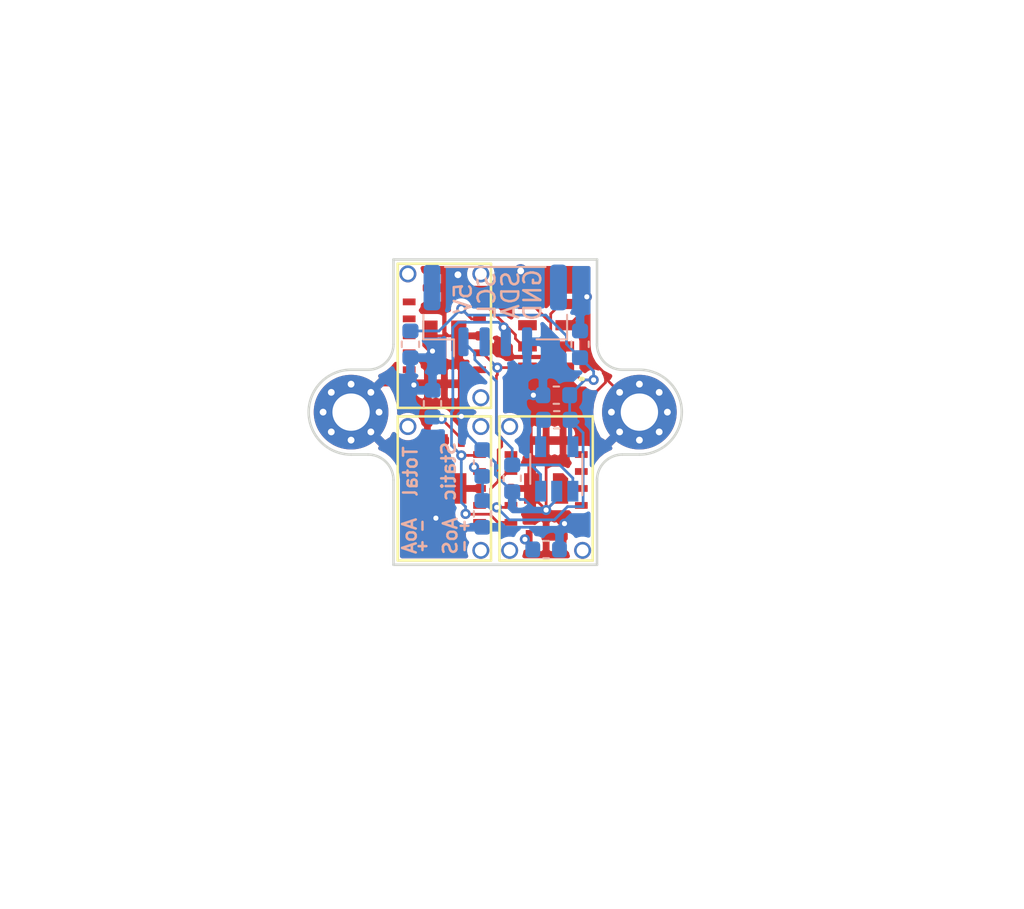
<source format=kicad_pcb>
(kicad_pcb (version 20171130) (host pcbnew "(5.1.0-0)")

  (general
    (thickness 1)
    (drawings 32)
    (tracks 260)
    (zones 0)
    (modules 17)
    (nets 9)
  )

  (page A4)
  (layers
    (0 F.Cu signal)
    (31 B.Cu signal)
    (32 B.Adhes user hide)
    (33 F.Adhes user hide)
    (34 B.Paste user hide)
    (35 F.Paste user hide)
    (36 B.SilkS user)
    (37 F.SilkS user)
    (38 B.Mask user hide)
    (39 F.Mask user hide)
    (40 Dwgs.User user)
    (41 Cmts.User user hide)
    (42 Eco1.User user hide)
    (43 Eco2.User user hide)
    (44 Edge.Cuts user)
    (45 Margin user hide)
    (46 B.CrtYd user hide)
    (47 F.CrtYd user hide)
    (48 B.Fab user hide)
    (49 F.Fab user hide)
  )

  (setup
    (last_trace_width 0.25)
    (user_trace_width 0.16)
    (trace_clearance 0.2)
    (zone_clearance 0.308)
    (zone_45_only no)
    (trace_min 0.152)
    (via_size 0.8)
    (via_drill 0.4)
    (via_min_size 0.6)
    (via_min_drill 0.3)
    (user_via 0.6 0.3)
    (uvia_size 0.3)
    (uvia_drill 0.1)
    (uvias_allowed no)
    (uvia_min_size 0.2)
    (uvia_min_drill 0.1)
    (edge_width 0.15)
    (segment_width 0.2)
    (pcb_text_width 0.3)
    (pcb_text_size 1.5 1.5)
    (mod_edge_width 0.15)
    (mod_text_size 1 1)
    (mod_text_width 0.15)
    (pad_size 1 2.8)
    (pad_drill 0)
    (pad_to_mask_clearance 0.2)
    (aux_axis_origin 0 0)
    (visible_elements FFFFEF7F)
    (pcbplotparams
      (layerselection 0x010fc_ffffffff)
      (usegerberextensions false)
      (usegerberattributes false)
      (usegerberadvancedattributes false)
      (creategerberjobfile false)
      (excludeedgelayer true)
      (linewidth 0.100000)
      (plotframeref false)
      (viasonmask false)
      (mode 1)
      (useauxorigin false)
      (hpglpennumber 1)
      (hpglpenspeed 20)
      (hpglpendiameter 15.000000)
      (psnegative false)
      (psa4output false)
      (plotreference false)
      (plotvalue false)
      (plotinvisibletext false)
      (padsonsilk false)
      (subtractmaskfromsilk false)
      (outputformat 1)
      (mirror false)
      (drillshape 0)
      (scaleselection 1)
      (outputdirectory "gerber/"))
  )

  (net 0 "")
  (net 1 /SDA)
  (net 2 +3V3)
  (net 3 GND)
  (net 4 /SCL)
  (net 5 "Net-(R2-Pad1)")
  (net 6 "Net-(R3-Pad1)")
  (net 7 +5V)
  (net 8 "Net-(C6-Pad2)")

  (net_class Default "This is the default net class."
    (clearance 0.2)
    (trace_width 0.25)
    (via_dia 0.8)
    (via_drill 0.4)
    (uvia_dia 0.3)
    (uvia_drill 0.1)
    (add_net +3V3)
    (add_net +5V)
    (add_net /SCL)
    (add_net /SDA)
    (add_net GND)
    (add_net "Net-(C6-Pad2)")
    (add_net "Net-(R2-Pad1)")
    (add_net "Net-(R3-Pad1)")
  )

  (module Connector_JST:JST_GH_SM04B-GHS-TB_1x04-1MP_P1.25mm_Horizontal (layer B.Cu) (tedit 5B78AD87) (tstamp 5BD4056B)
    (at 41 47)
    (descr "JST GH series connector, SM04B-GHS-TB (http://www.jst-mfg.com/product/pdf/eng/eGH.pdf), generated with kicad-footprint-generator")
    (tags "connector JST GH top entry")
    (path /5C6D3367)
    (attr smd)
    (fp_text reference J1 (at 3.9 -0.8) (layer B.SilkS) hide
      (effects (font (size 1 1) (thickness 0.15)) (justify mirror))
    )
    (fp_text value I2C (at 0 -3.9) (layer B.Fab)
      (effects (font (size 1 1) (thickness 0.15)) (justify mirror))
    )
    (fp_text user %R (at 0 0) (layer B.Fab)
      (effects (font (size 1 1) (thickness 0.15)) (justify mirror))
    )
    (fp_line (start -1.875 0.892893) (end -1.375 1.6) (layer B.Fab) (width 0.1))
    (fp_line (start -2.375 1.6) (end -1.875 0.892893) (layer B.Fab) (width 0.1))
    (fp_line (start 4.72 3.2) (end -4.72 3.2) (layer B.CrtYd) (width 0.05))
    (fp_line (start 4.72 -3.2) (end 4.72 3.2) (layer B.CrtYd) (width 0.05))
    (fp_line (start -4.72 -3.2) (end 4.72 -3.2) (layer B.CrtYd) (width 0.05))
    (fp_line (start -4.72 3.2) (end -4.72 -3.2) (layer B.CrtYd) (width 0.05))
    (fp_line (start 4.125 1.6) (end 4.125 -2.45) (layer B.Fab) (width 0.1))
    (fp_line (start -4.125 1.6) (end -4.125 -2.45) (layer B.Fab) (width 0.1))
    (fp_line (start -4.125 -2.45) (end 4.125 -2.45) (layer B.Fab) (width 0.1))
    (fp_line (start -2.965 -2.56) (end 2.965 -2.56) (layer B.SilkS) (width 0.12))
    (fp_line (start 4.235 1.71) (end 2.435 1.71) (layer B.SilkS) (width 0.12))
    (fp_line (start 4.235 0.26) (end 4.235 1.71) (layer B.SilkS) (width 0.12))
    (fp_line (start -2.435 1.71) (end -2.435 2.7) (layer B.SilkS) (width 0.12))
    (fp_line (start -4.235 1.71) (end -2.435 1.71) (layer B.SilkS) (width 0.12))
    (fp_line (start -4.235 0.26) (end -4.235 1.71) (layer B.SilkS) (width 0.12))
    (fp_line (start -4.125 1.6) (end 4.125 1.6) (layer B.Fab) (width 0.1))
    (pad MP smd roundrect (at 3.725 -1.35) (size 1 2.7) (layers B.Cu B.Paste B.Mask) (roundrect_rratio 0.25))
    (pad MP smd roundrect (at -3.725 -1.35) (size 1 2.7) (layers B.Cu B.Paste B.Mask) (roundrect_rratio 0.25))
    (pad 4 smd roundrect (at 1.875 1.85) (size 0.6 1.7) (layers B.Cu B.Paste B.Mask) (roundrect_rratio 0.25)
      (net 3 GND))
    (pad 3 smd roundrect (at 0.625 1.85) (size 0.6 1.7) (layers B.Cu B.Paste B.Mask) (roundrect_rratio 0.25)
      (net 1 /SDA))
    (pad 2 smd roundrect (at -0.625 1.85) (size 0.6 1.7) (layers B.Cu B.Paste B.Mask) (roundrect_rratio 0.25)
      (net 4 /SCL))
    (pad 1 smd roundrect (at -1.875 1.85) (size 0.6 1.7) (layers B.Cu B.Paste B.Mask) (roundrect_rratio 0.25)
      (net 7 +5V))
    (model ${KISYS3DMOD}/Connector_JST.3dshapes/JST_GH_SM04B-GHS-TB_1x04-1MP_P1.25mm_Horizontal.wrl
      (at (xyz 0 0 0))
      (scale (xyz 1 1 1))
      (rotate (xyz 0 0 0))
    )
  )

  (module MountingHole:MountingHole_2.2mm_M2_Pad_Via (layer F.Cu) (tedit 56DDB9C7) (tstamp 5D0814CB)
    (at 49.5 53)
    (descr "Mounting Hole 2.2mm, M2")
    (tags "mounting hole 2.2mm m2")
    (path /5BCE9B2A)
    (attr virtual)
    (fp_text reference MH1 (at 0 -3.2) (layer F.SilkS) hide
      (effects (font (size 1 1) (thickness 0.15)))
    )
    (fp_text value MountingHole_Pad (at 0 3.2) (layer F.Fab)
      (effects (font (size 1 1) (thickness 0.15)))
    )
    (fp_circle (center 0 0) (end 2.45 0) (layer F.CrtYd) (width 0.05))
    (fp_circle (center 0 0) (end 2.2 0) (layer Cmts.User) (width 0.15))
    (fp_text user %R (at 0.3 0) (layer F.Fab)
      (effects (font (size 1 1) (thickness 0.15)))
    )
    (pad 1 thru_hole circle (at 1.166726 -1.166726) (size 0.7 0.7) (drill 0.4) (layers *.Cu *.Mask)
      (net 3 GND))
    (pad 1 thru_hole circle (at 0 -1.65) (size 0.7 0.7) (drill 0.4) (layers *.Cu *.Mask)
      (net 3 GND))
    (pad 1 thru_hole circle (at -1.166726 -1.166726) (size 0.7 0.7) (drill 0.4) (layers *.Cu *.Mask)
      (net 3 GND))
    (pad 1 thru_hole circle (at -1.65 0) (size 0.7 0.7) (drill 0.4) (layers *.Cu *.Mask)
      (net 3 GND))
    (pad 1 thru_hole circle (at -1.166726 1.166726) (size 0.7 0.7) (drill 0.4) (layers *.Cu *.Mask)
      (net 3 GND))
    (pad 1 thru_hole circle (at 0 1.65) (size 0.7 0.7) (drill 0.4) (layers *.Cu *.Mask)
      (net 3 GND))
    (pad 1 thru_hole circle (at 1.166726 1.166726) (size 0.7 0.7) (drill 0.4) (layers *.Cu *.Mask)
      (net 3 GND))
    (pad 1 thru_hole circle (at 1.65 0) (size 0.7 0.7) (drill 0.4) (layers *.Cu *.Mask)
      (net 3 GND))
    (pad 1 thru_hole circle (at 0 0) (size 4.4 4.4) (drill 2.2) (layers *.Cu *.Mask)
      (net 3 GND))
  )

  (module Resistor_SMD:R_0603_1608Metric (layer B.Cu) (tedit 5B301BBD) (tstamp 5D0860CC)
    (at 44 61.1)
    (descr "Resistor SMD 0603 (1608 Metric), square (rectangular) end terminal, IPC_7351 nominal, (Body size source: http://www.tortai-tech.com/upload/download/2011102023233369053.pdf), generated with kicad-footprint-generator")
    (tags resistor)
    (path /5C72A3D9)
    (attr smd)
    (fp_text reference R3 (at 0 1.4) (layer B.SilkS) hide
      (effects (font (size 1 1) (thickness 0.15)) (justify mirror))
    )
    (fp_text value 2.7k (at 0 -1.43) (layer B.Fab)
      (effects (font (size 1 1) (thickness 0.15)) (justify mirror))
    )
    (fp_text user %R (at 0 0) (layer B.Fab)
      (effects (font (size 0.4 0.4) (thickness 0.06)) (justify mirror))
    )
    (fp_line (start 1.48 -0.73) (end -1.48 -0.73) (layer B.CrtYd) (width 0.05))
    (fp_line (start 1.48 0.73) (end 1.48 -0.73) (layer B.CrtYd) (width 0.05))
    (fp_line (start -1.48 0.73) (end 1.48 0.73) (layer B.CrtYd) (width 0.05))
    (fp_line (start -1.48 -0.73) (end -1.48 0.73) (layer B.CrtYd) (width 0.05))
    (fp_line (start -0.162779 -0.51) (end 0.162779 -0.51) (layer B.SilkS) (width 0.12))
    (fp_line (start -0.162779 0.51) (end 0.162779 0.51) (layer B.SilkS) (width 0.12))
    (fp_line (start 0.8 -0.4) (end -0.8 -0.4) (layer B.Fab) (width 0.1))
    (fp_line (start 0.8 0.4) (end 0.8 -0.4) (layer B.Fab) (width 0.1))
    (fp_line (start -0.8 0.4) (end 0.8 0.4) (layer B.Fab) (width 0.1))
    (fp_line (start -0.8 -0.4) (end -0.8 0.4) (layer B.Fab) (width 0.1))
    (pad 2 smd roundrect (at 0.7875 0) (size 0.875 0.95) (layers B.Cu B.Paste B.Mask) (roundrect_rratio 0.25)
      (net 3 GND))
    (pad 1 smd roundrect (at -0.7875 0) (size 0.875 0.95) (layers B.Cu B.Paste B.Mask) (roundrect_rratio 0.25)
      (net 6 "Net-(R3-Pad1)"))
    (model ${KISYS3DMOD}/Resistor_SMD.3dshapes/R_0603_1608Metric.wrl
      (at (xyz 0 0 0))
      (scale (xyz 1 1 1))
      (rotate (xyz 0 0 0))
    )
  )

  (module Resistor_SMD:R_0603_1608Metric (layer B.Cu) (tedit 5B301BBD) (tstamp 5D0860BB)
    (at 37.3 52.5 90)
    (descr "Resistor SMD 0603 (1608 Metric), square (rectangular) end terminal, IPC_7351 nominal, (Body size source: http://www.tortai-tech.com/upload/download/2011102023233369053.pdf), generated with kicad-footprint-generator")
    (tags resistor)
    (path /5C72931A)
    (attr smd)
    (fp_text reference R2 (at 0.6 -1.5 90) (layer B.SilkS) hide
      (effects (font (size 1 1) (thickness 0.15)) (justify mirror))
    )
    (fp_text value 1.2k (at 0 -1.43 90) (layer B.Fab)
      (effects (font (size 1 1) (thickness 0.15)) (justify mirror))
    )
    (fp_text user %R (at 0 0 90) (layer B.Fab)
      (effects (font (size 0.4 0.4) (thickness 0.06)) (justify mirror))
    )
    (fp_line (start 1.48 -0.73) (end -1.48 -0.73) (layer B.CrtYd) (width 0.05))
    (fp_line (start 1.48 0.73) (end 1.48 -0.73) (layer B.CrtYd) (width 0.05))
    (fp_line (start -1.48 0.73) (end 1.48 0.73) (layer B.CrtYd) (width 0.05))
    (fp_line (start -1.48 -0.73) (end -1.48 0.73) (layer B.CrtYd) (width 0.05))
    (fp_line (start -0.162779 -0.51) (end 0.162779 -0.51) (layer B.SilkS) (width 0.12))
    (fp_line (start -0.162779 0.51) (end 0.162779 0.51) (layer B.SilkS) (width 0.12))
    (fp_line (start 0.8 -0.4) (end -0.8 -0.4) (layer B.Fab) (width 0.1))
    (fp_line (start 0.8 0.4) (end 0.8 -0.4) (layer B.Fab) (width 0.1))
    (fp_line (start -0.8 0.4) (end 0.8 0.4) (layer B.Fab) (width 0.1))
    (fp_line (start -0.8 -0.4) (end -0.8 0.4) (layer B.Fab) (width 0.1))
    (pad 2 smd roundrect (at 0.7875 0 90) (size 0.875 0.95) (layers B.Cu B.Paste B.Mask) (roundrect_rratio 0.25)
      (net 3 GND))
    (pad 1 smd roundrect (at -0.7875 0 90) (size 0.875 0.95) (layers B.Cu B.Paste B.Mask) (roundrect_rratio 0.25)
      (net 5 "Net-(R2-Pad1)"))
    (model ${KISYS3DMOD}/Resistor_SMD.3dshapes/R_0603_1608Metric.wrl
      (at (xyz 0 0 0))
      (scale (xyz 1 1 1))
      (rotate (xyz 0 0 0))
    )
  )

  (module Capacitor_SMD:C_0603_1608Metric (layer B.Cu) (tedit 5B301BBE) (tstamp 5D085FCF)
    (at 40.25 59 270)
    (descr "Capacitor SMD 0603 (1608 Metric), square (rectangular) end terminal, IPC_7351 nominal, (Body size source: http://www.tortai-tech.com/upload/download/2011102023233369053.pdf), generated with kicad-footprint-generator")
    (tags capacitor)
    (path /5C73C351)
    (attr smd)
    (fp_text reference C7 (at 0.4 1.2 270) (layer B.SilkS) hide
      (effects (font (size 1 1) (thickness 0.15)) (justify mirror))
    )
    (fp_text value 100nF (at 0 -1.43 270) (layer B.Fab)
      (effects (font (size 1 1) (thickness 0.15)) (justify mirror))
    )
    (fp_text user %R (at 0 0 270) (layer B.Fab)
      (effects (font (size 0.4 0.4) (thickness 0.06)) (justify mirror))
    )
    (fp_line (start 1.48 -0.73) (end -1.48 -0.73) (layer B.CrtYd) (width 0.05))
    (fp_line (start 1.48 0.73) (end 1.48 -0.73) (layer B.CrtYd) (width 0.05))
    (fp_line (start -1.48 0.73) (end 1.48 0.73) (layer B.CrtYd) (width 0.05))
    (fp_line (start -1.48 -0.73) (end -1.48 0.73) (layer B.CrtYd) (width 0.05))
    (fp_line (start -0.162779 -0.51) (end 0.162779 -0.51) (layer B.SilkS) (width 0.12))
    (fp_line (start -0.162779 0.51) (end 0.162779 0.51) (layer B.SilkS) (width 0.12))
    (fp_line (start 0.8 -0.4) (end -0.8 -0.4) (layer B.Fab) (width 0.1))
    (fp_line (start 0.8 0.4) (end 0.8 -0.4) (layer B.Fab) (width 0.1))
    (fp_line (start -0.8 0.4) (end 0.8 0.4) (layer B.Fab) (width 0.1))
    (fp_line (start -0.8 -0.4) (end -0.8 0.4) (layer B.Fab) (width 0.1))
    (pad 2 smd roundrect (at 0.7875 0 270) (size 0.875 0.95) (layers B.Cu B.Paste B.Mask) (roundrect_rratio 0.25)
      (net 3 GND))
    (pad 1 smd roundrect (at -0.7875 0 270) (size 0.875 0.95) (layers B.Cu B.Paste B.Mask) (roundrect_rratio 0.25)
      (net 2 +3V3))
    (model ${KISYS3DMOD}/Capacitor_SMD.3dshapes/C_0603_1608Metric.wrl
      (at (xyz 0 0 0))
      (scale (xyz 1 1 1))
      (rotate (xyz 0 0 0))
    )
  )

  (module Capacitor_SMD:C_0603_1608Metric (layer B.Cu) (tedit 5B301BBE) (tstamp 5D085F7E)
    (at 40.25 56 90)
    (descr "Capacitor SMD 0603 (1608 Metric), square (rectangular) end terminal, IPC_7351 nominal, (Body size source: http://www.tortai-tech.com/upload/download/2011102023233369053.pdf), generated with kicad-footprint-generator")
    (tags capacitor)
    (path /5C73A533)
    (attr smd)
    (fp_text reference C3 (at 2.5 -0.6 90) (layer B.SilkS) hide
      (effects (font (size 1 1) (thickness 0.15)) (justify mirror))
    )
    (fp_text value 100nF (at 0 -1.43 90) (layer B.Fab)
      (effects (font (size 1 1) (thickness 0.15)) (justify mirror))
    )
    (fp_text user %R (at 0 0 90) (layer B.Fab)
      (effects (font (size 0.4 0.4) (thickness 0.06)) (justify mirror))
    )
    (fp_line (start 1.48 -0.73) (end -1.48 -0.73) (layer B.CrtYd) (width 0.05))
    (fp_line (start 1.48 0.73) (end 1.48 -0.73) (layer B.CrtYd) (width 0.05))
    (fp_line (start -1.48 0.73) (end 1.48 0.73) (layer B.CrtYd) (width 0.05))
    (fp_line (start -1.48 -0.73) (end -1.48 0.73) (layer B.CrtYd) (width 0.05))
    (fp_line (start -0.162779 -0.51) (end 0.162779 -0.51) (layer B.SilkS) (width 0.12))
    (fp_line (start -0.162779 0.51) (end 0.162779 0.51) (layer B.SilkS) (width 0.12))
    (fp_line (start 0.8 -0.4) (end -0.8 -0.4) (layer B.Fab) (width 0.1))
    (fp_line (start 0.8 0.4) (end 0.8 -0.4) (layer B.Fab) (width 0.1))
    (fp_line (start -0.8 0.4) (end 0.8 0.4) (layer B.Fab) (width 0.1))
    (fp_line (start -0.8 -0.4) (end -0.8 0.4) (layer B.Fab) (width 0.1))
    (pad 2 smd roundrect (at 0.7875 0 90) (size 0.875 0.95) (layers B.Cu B.Paste B.Mask) (roundrect_rratio 0.25)
      (net 3 GND))
    (pad 1 smd roundrect (at -0.7875 0 90) (size 0.875 0.95) (layers B.Cu B.Paste B.Mask) (roundrect_rratio 0.25)
      (net 2 +3V3))
    (model ${KISYS3DMOD}/Capacitor_SMD.3dshapes/C_0603_1608Metric.wrl
      (at (xyz 0 0 0))
      (scale (xyz 1 1 1))
      (rotate (xyz 0 0 0))
    )
  )

  (module Capacitor_SMD:C_0603_1608Metric (layer B.Cu) (tedit 5B301BBE) (tstamp 5D085F6D)
    (at 46 49 90)
    (descr "Capacitor SMD 0603 (1608 Metric), square (rectangular) end terminal, IPC_7351 nominal, (Body size source: http://www.tortai-tech.com/upload/download/2011102023233369053.pdf), generated with kicad-footprint-generator")
    (tags capacitor)
    (path /5C7563E3)
    (attr smd)
    (fp_text reference C2 (at -2.4875 0.1 90) (layer B.SilkS) hide
      (effects (font (size 1 1) (thickness 0.15)) (justify mirror))
    )
    (fp_text value 100nF (at 0 -1.43 90) (layer B.Fab)
      (effects (font (size 1 1) (thickness 0.15)) (justify mirror))
    )
    (fp_text user %R (at 0 0 90) (layer B.Fab)
      (effects (font (size 0.4 0.4) (thickness 0.06)) (justify mirror))
    )
    (fp_line (start 1.48 -0.73) (end -1.48 -0.73) (layer B.CrtYd) (width 0.05))
    (fp_line (start 1.48 0.73) (end 1.48 -0.73) (layer B.CrtYd) (width 0.05))
    (fp_line (start -1.48 0.73) (end 1.48 0.73) (layer B.CrtYd) (width 0.05))
    (fp_line (start -1.48 -0.73) (end -1.48 0.73) (layer B.CrtYd) (width 0.05))
    (fp_line (start -0.162779 -0.51) (end 0.162779 -0.51) (layer B.SilkS) (width 0.12))
    (fp_line (start -0.162779 0.51) (end 0.162779 0.51) (layer B.SilkS) (width 0.12))
    (fp_line (start 0.8 -0.4) (end -0.8 -0.4) (layer B.Fab) (width 0.1))
    (fp_line (start 0.8 0.4) (end 0.8 -0.4) (layer B.Fab) (width 0.1))
    (fp_line (start -0.8 0.4) (end 0.8 0.4) (layer B.Fab) (width 0.1))
    (fp_line (start -0.8 -0.4) (end -0.8 0.4) (layer B.Fab) (width 0.1))
    (pad 2 smd roundrect (at 0.7875 0 90) (size 0.875 0.95) (layers B.Cu B.Paste B.Mask) (roundrect_rratio 0.25)
      (net 3 GND))
    (pad 1 smd roundrect (at -0.7875 0 90) (size 0.875 0.95) (layers B.Cu B.Paste B.Mask) (roundrect_rratio 0.25)
      (net 2 +3V3))
    (model ${KISYS3DMOD}/Capacitor_SMD.3dshapes/C_0603_1608Metric.wrl
      (at (xyz 0 0 0))
      (scale (xyz 1 1 1))
      (rotate (xyz 0 0 0))
    )
  )

  (module Capacitor_SMD:C_0603_1608Metric (layer B.Cu) (tedit 5B301BBE) (tstamp 5D085F5C)
    (at 36 49 270)
    (descr "Capacitor SMD 0603 (1608 Metric), square (rectangular) end terminal, IPC_7351 nominal, (Body size source: http://www.tortai-tech.com/upload/download/2011102023233369053.pdf), generated with kicad-footprint-generator")
    (tags capacitor)
    (path /5C72F65F)
    (attr smd)
    (fp_text reference C1 (at -1 -1.6 270) (layer B.SilkS) hide
      (effects (font (size 1 1) (thickness 0.15)) (justify mirror))
    )
    (fp_text value 100nF (at 0 -1.43 270) (layer B.Fab)
      (effects (font (size 1 1) (thickness 0.15)) (justify mirror))
    )
    (fp_text user %R (at 0 0 270) (layer B.Fab)
      (effects (font (size 0.4 0.4) (thickness 0.06)) (justify mirror))
    )
    (fp_line (start 1.48 -0.73) (end -1.48 -0.73) (layer B.CrtYd) (width 0.05))
    (fp_line (start 1.48 0.73) (end 1.48 -0.73) (layer B.CrtYd) (width 0.05))
    (fp_line (start -1.48 0.73) (end 1.48 0.73) (layer B.CrtYd) (width 0.05))
    (fp_line (start -1.48 -0.73) (end -1.48 0.73) (layer B.CrtYd) (width 0.05))
    (fp_line (start -0.162779 -0.51) (end 0.162779 -0.51) (layer B.SilkS) (width 0.12))
    (fp_line (start -0.162779 0.51) (end 0.162779 0.51) (layer B.SilkS) (width 0.12))
    (fp_line (start 0.8 -0.4) (end -0.8 -0.4) (layer B.Fab) (width 0.1))
    (fp_line (start 0.8 0.4) (end 0.8 -0.4) (layer B.Fab) (width 0.1))
    (fp_line (start -0.8 0.4) (end 0.8 0.4) (layer B.Fab) (width 0.1))
    (fp_line (start -0.8 -0.4) (end -0.8 0.4) (layer B.Fab) (width 0.1))
    (pad 2 smd roundrect (at 0.7875 0 270) (size 0.875 0.95) (layers B.Cu B.Paste B.Mask) (roundrect_rratio 0.25)
      (net 3 GND))
    (pad 1 smd roundrect (at -0.7875 0 270) (size 0.875 0.95) (layers B.Cu B.Paste B.Mask) (roundrect_rratio 0.25)
      (net 2 +3V3))
    (model ${KISYS3DMOD}/Capacitor_SMD.3dshapes/C_0603_1608Metric.wrl
      (at (xyz 0 0 0))
      (scale (xyz 1 1 1))
      (rotate (xyz 0 0 0))
    )
  )

  (module MountingHole:MountingHole_2.2mm_M2_Pad_Via (layer F.Cu) (tedit 56DDB9C7) (tstamp 5D0814DB)
    (at 32.5 53)
    (descr "Mounting Hole 2.2mm, M2")
    (tags "mounting hole 2.2mm m2")
    (path /5BCEA646)
    (attr virtual)
    (fp_text reference MH2 (at 0 -3.2) (layer F.SilkS) hide
      (effects (font (size 1 1) (thickness 0.15)))
    )
    (fp_text value MountingHole_Pad (at 0 3.2) (layer F.Fab)
      (effects (font (size 1 1) (thickness 0.15)))
    )
    (fp_circle (center 0 0) (end 2.45 0) (layer F.CrtYd) (width 0.05))
    (fp_circle (center 0 0) (end 2.2 0) (layer Cmts.User) (width 0.15))
    (fp_text user %R (at 0.3 0) (layer F.Fab)
      (effects (font (size 1 1) (thickness 0.15)))
    )
    (pad 1 thru_hole circle (at 1.166726 -1.166726) (size 0.7 0.7) (drill 0.4) (layers *.Cu *.Mask)
      (net 3 GND))
    (pad 1 thru_hole circle (at 0 -1.65) (size 0.7 0.7) (drill 0.4) (layers *.Cu *.Mask)
      (net 3 GND))
    (pad 1 thru_hole circle (at -1.166726 -1.166726) (size 0.7 0.7) (drill 0.4) (layers *.Cu *.Mask)
      (net 3 GND))
    (pad 1 thru_hole circle (at -1.65 0) (size 0.7 0.7) (drill 0.4) (layers *.Cu *.Mask)
      (net 3 GND))
    (pad 1 thru_hole circle (at -1.166726 1.166726) (size 0.7 0.7) (drill 0.4) (layers *.Cu *.Mask)
      (net 3 GND))
    (pad 1 thru_hole circle (at 0 1.65) (size 0.7 0.7) (drill 0.4) (layers *.Cu *.Mask)
      (net 3 GND))
    (pad 1 thru_hole circle (at 1.166726 1.166726) (size 0.7 0.7) (drill 0.4) (layers *.Cu *.Mask)
      (net 3 GND))
    (pad 1 thru_hole circle (at 1.65 0) (size 0.7 0.7) (drill 0.4) (layers *.Cu *.Mask)
      (net 3 GND))
    (pad 1 thru_hole circle (at 0 0) (size 4.4 4.4) (drill 2.2) (layers *.Cu *.Mask)
      (net 3 GND))
  )

  (module Package_TO_SOT_SMD:TSOT-23-5 (layer B.Cu) (tedit 5A02FF57) (tstamp 5BD405DE)
    (at 44.625 56.35 90)
    (descr "5-pin TSOT23 package, http://cds.linear.com/docs/en/packaging/SOT_5_05-08-1635.pdf")
    (tags TSOT-23-5)
    (path /5C721689)
    (attr smd)
    (fp_text reference U4 (at 0 2.45 90) (layer B.SilkS) hide
      (effects (font (size 1 1) (thickness 0.15)) (justify mirror))
    )
    (fp_text value LT1761-3.3 (at -6.9 0.1 90) (layer B.Fab)
      (effects (font (size 1 1) (thickness 0.15)) (justify mirror))
    )
    (fp_line (start 2.17 -1.7) (end -2.17 -1.7) (layer B.CrtYd) (width 0.05))
    (fp_line (start 2.17 -1.7) (end 2.17 1.7) (layer B.CrtYd) (width 0.05))
    (fp_line (start -2.17 1.7) (end -2.17 -1.7) (layer B.CrtYd) (width 0.05))
    (fp_line (start -2.17 1.7) (end 2.17 1.7) (layer B.CrtYd) (width 0.05))
    (fp_line (start 0.88 1.45) (end 0.88 -1.45) (layer B.Fab) (width 0.1))
    (fp_line (start 0.88 -1.45) (end -0.88 -1.45) (layer B.Fab) (width 0.1))
    (fp_line (start -0.88 1) (end -0.88 -1.45) (layer B.Fab) (width 0.1))
    (fp_line (start 0.88 1.45) (end -0.43 1.45) (layer B.Fab) (width 0.1))
    (fp_line (start -0.88 1) (end -0.43 1.45) (layer B.Fab) (width 0.1))
    (fp_line (start 0.88 1.51) (end -1.55 1.51) (layer B.SilkS) (width 0.12))
    (fp_line (start -0.88 -1.56) (end 0.88 -1.56) (layer B.SilkS) (width 0.12))
    (fp_text user %R (at 0 0) (layer B.Fab)
      (effects (font (size 0.5 0.5) (thickness 0.075)) (justify mirror))
    )
    (pad 5 smd rect (at 1.31 0.95 90) (size 1.22 0.65) (layers B.Cu B.Paste B.Mask)
      (net 2 +3V3))
    (pad 4 smd rect (at 1.31 -0.95 90) (size 1.22 0.65) (layers B.Cu B.Paste B.Mask)
      (net 8 "Net-(C6-Pad2)"))
    (pad 3 smd rect (at -1.31 -0.95 90) (size 1.22 0.65) (layers B.Cu B.Paste B.Mask)
      (net 7 +5V))
    (pad 2 smd rect (at -1.31 0 90) (size 1.22 0.65) (layers B.Cu B.Paste B.Mask)
      (net 3 GND))
    (pad 1 smd rect (at -1.31 0.95 90) (size 1.22 0.65) (layers B.Cu B.Paste B.Mask)
      (net 7 +5V))
    (model ${KISYS3DMOD}/Package_TO_SOT_SMD.3dshapes/TSOT-23-5.wrl
      (at (xyz 0 0 0))
      (scale (xyz 1 1 1))
      (rotate (xyz 0 0 0))
    )
  )

  (module footprints:SDP3x (layer F.Cu) (tedit 5BBAA2DE) (tstamp 5BB5C4CA)
    (at 38 48.5 90)
    (path /5C72214B)
    (fp_text reference U1 (at 0.2 4.9 90) (layer F.SilkS) hide
      (effects (font (size 1 1) (thickness 0.15)))
    )
    (fp_text value SDP33 (at 0.1 0.1 90) (layer F.Fab)
      (effects (font (size 1 1) (thickness 0.15)))
    )
    (fp_line (start -4.25 2.75) (end -4.25 -2.75) (layer F.SilkS) (width 0.15))
    (fp_line (start 4.25 2.75) (end -4.25 2.75) (layer F.SilkS) (width 0.15))
    (fp_line (start 4.25 -2.75) (end 4.25 2.75) (layer F.SilkS) (width 0.15))
    (fp_line (start -4.25 -2.75) (end 4.25 -2.75) (layer F.SilkS) (width 0.15))
    (pad 6 smd rect (at 0 0.85 90) (size 1.8 0.9) (layers F.Cu F.Paste F.Mask)
      (net 3 GND))
    (pad 6 smd custom (at 0 -0.85 90) (size 0.5 0.5) (layers F.Cu F.Paste F.Mask)
      (net 3 GND) (zone_connect 0)
      (options (clearance outline) (anchor rect))
      (primitives
        (gr_poly (pts
           (xy -0.6 -0.45) (xy 0.9 -0.45) (xy 0.9 0.45) (xy -0.9 0.45) (xy -0.9 -0.15)
) (width 0))
      ))
    (pad "" np_thru_hole circle (at -3.65 2.15 90) (size 1 1) (drill 0.7) (layers *.Cu *.Mask))
    (pad "" np_thru_hole circle (at 3.65 2.15 90) (size 1 1) (drill 0.7) (layers *.Cu *.Mask))
    (pad "" np_thru_hole circle (at 3.65 -2.15 90) (size 1 1) (drill 0.7) (layers *.Cu *.Mask))
    (pad 1 smd rect (at -3 -1 90) (size 0.75 0.4) (drill (offset 0.175 0)) (layers F.Cu F.Paste F.Mask)
      (net 3 GND))
    (pad 2 smd rect (at -3 0 90) (size 0.75 0.4) (drill (offset 0.175 0)) (layers F.Cu F.Paste F.Mask)
      (net 3 GND))
    (pad 3 smd rect (at -3 1 90) (size 0.75 0.4) (drill (offset 0.175 0)) (layers F.Cu F.Paste F.Mask)
      (net 3 GND))
    (pad 9 smd rect (at 3 1 90) (size 0.75 0.4) (drill (offset -0.175 0)) (layers F.Cu F.Paste F.Mask)
      (net 3 GND))
    (pad 10 smd rect (at 3 0 90) (size 0.75 0.4) (drill (offset -0.175 0)) (layers F.Cu F.Paste F.Mask)
      (net 3 GND))
    (pad 11 smd rect (at 3 -1 90) (size 0.75 0.4) (drill (offset -0.175 0)) (layers F.Cu F.Paste F.Mask)
      (net 3 GND))
    (pad 4 smd rect (at -2 2.25 90) (size 0.4 0.75) (drill (offset 0 -0.175)) (layers F.Cu F.Paste F.Mask))
    (pad 5 smd rect (at -1 2.25 90) (size 0.4 0.75) (drill (offset 0 -0.175)) (layers F.Cu F.Paste F.Mask)
      (net 4 /SCL))
    (pad 6 smd rect (at 0 2.25 90) (size 0.4 0.75) (drill (offset 0 -0.175)) (layers F.Cu F.Paste F.Mask)
      (net 3 GND))
    (pad 7 smd rect (at 1 2.25 90) (size 0.4 0.75) (drill (offset 0 -0.175)) (layers F.Cu F.Paste F.Mask)
      (net 2 +3V3))
    (pad 8 smd rect (at 2 2.25 90) (size 0.4 0.75) (drill (offset 0 -0.175)) (layers F.Cu F.Paste F.Mask)
      (net 1 /SDA))
    (pad 12 smd rect (at 2 -2.25 90) (size 0.4 0.75) (drill (offset 0 0.175)) (layers F.Cu F.Paste F.Mask))
    (pad 13 smd rect (at 1 -2.25 90) (size 0.4 0.75) (drill (offset 0 0.175)) (layers F.Cu F.Paste F.Mask))
    (pad 14 smd rect (at 0 -2.25 90) (size 0.4 0.75) (drill (offset 0 0.175)) (layers F.Cu F.Paste F.Mask))
    (pad 15 smd rect (at -1 -2.25 90) (size 0.4 0.75) (drill (offset 0 0.175)) (layers F.Cu F.Paste F.Mask))
    (pad 16 smd rect (at -2 -2.25 90) (size 0.4 0.75) (drill (offset 0 0.175)) (layers F.Cu F.Paste F.Mask))
    (model ${KIPRJMOD}/3dmodels/SDP3x.wrl
      (at (xyz 0 0 0))
      (scale (xyz 0.393 0.393 0.393))
      (rotate (xyz -90 0 180))
    )
  )

  (module footprints:SDP3x (layer F.Cu) (tedit 5BBAA2DE) (tstamp 5BB5C4E7)
    (at 38 57.5 90)
    (path /5C7292EF)
    (fp_text reference U3 (at 0.2 4.9 90) (layer F.SilkS) hide
      (effects (font (size 1 1) (thickness 0.15)))
    )
    (fp_text value SDP33 (at -0.2 0.4 90) (layer F.Fab)
      (effects (font (size 1 1) (thickness 0.15)))
    )
    (fp_line (start -4.25 2.75) (end -4.25 -2.75) (layer F.SilkS) (width 0.15))
    (fp_line (start 4.25 2.75) (end -4.25 2.75) (layer F.SilkS) (width 0.15))
    (fp_line (start 4.25 -2.75) (end 4.25 2.75) (layer F.SilkS) (width 0.15))
    (fp_line (start -4.25 -2.75) (end 4.25 -2.75) (layer F.SilkS) (width 0.15))
    (pad 6 smd rect (at 0 0.85 90) (size 1.8 0.9) (layers F.Cu F.Paste F.Mask)
      (net 3 GND))
    (pad 6 smd custom (at 0 -0.85 90) (size 0.5 0.5) (layers F.Cu F.Paste F.Mask)
      (net 3 GND) (zone_connect 0)
      (options (clearance outline) (anchor rect))
      (primitives
        (gr_poly (pts
           (xy -0.6 -0.45) (xy 0.9 -0.45) (xy 0.9 0.45) (xy -0.9 0.45) (xy -0.9 -0.15)
) (width 0))
      ))
    (pad "" np_thru_hole circle (at -3.65 2.15 90) (size 1 1) (drill 0.7) (layers *.Cu *.Mask))
    (pad "" np_thru_hole circle (at 3.65 2.15 90) (size 1 1) (drill 0.7) (layers *.Cu *.Mask))
    (pad "" np_thru_hole circle (at 3.65 -2.15 90) (size 1 1) (drill 0.7) (layers *.Cu *.Mask))
    (pad 1 smd rect (at -3 -1 90) (size 0.75 0.4) (drill (offset 0.175 0)) (layers F.Cu F.Paste F.Mask)
      (net 3 GND))
    (pad 2 smd rect (at -3 0 90) (size 0.75 0.4) (drill (offset 0.175 0)) (layers F.Cu F.Paste F.Mask)
      (net 3 GND))
    (pad 3 smd rect (at -3 1 90) (size 0.75 0.4) (drill (offset 0.175 0)) (layers F.Cu F.Paste F.Mask)
      (net 3 GND))
    (pad 9 smd rect (at 3 1 90) (size 0.75 0.4) (drill (offset -0.175 0)) (layers F.Cu F.Paste F.Mask)
      (net 5 "Net-(R2-Pad1)"))
    (pad 10 smd rect (at 3 0 90) (size 0.75 0.4) (drill (offset -0.175 0)) (layers F.Cu F.Paste F.Mask)
      (net 3 GND))
    (pad 11 smd rect (at 3 -1 90) (size 0.75 0.4) (drill (offset -0.175 0)) (layers F.Cu F.Paste F.Mask)
      (net 3 GND))
    (pad 4 smd rect (at -2 2.25 90) (size 0.4 0.75) (drill (offset 0 -0.175)) (layers F.Cu F.Paste F.Mask))
    (pad 5 smd rect (at -1 2.25 90) (size 0.4 0.75) (drill (offset 0 -0.175)) (layers F.Cu F.Paste F.Mask)
      (net 4 /SCL))
    (pad 6 smd rect (at 0 2.25 90) (size 0.4 0.75) (drill (offset 0 -0.175)) (layers F.Cu F.Paste F.Mask)
      (net 3 GND))
    (pad 7 smd rect (at 1 2.25 90) (size 0.4 0.75) (drill (offset 0 -0.175)) (layers F.Cu F.Paste F.Mask)
      (net 2 +3V3))
    (pad 8 smd rect (at 2 2.25 90) (size 0.4 0.75) (drill (offset 0 -0.175)) (layers F.Cu F.Paste F.Mask)
      (net 1 /SDA))
    (pad 12 smd rect (at 2 -2.25 90) (size 0.4 0.75) (drill (offset 0 0.175)) (layers F.Cu F.Paste F.Mask))
    (pad 13 smd rect (at 1 -2.25 90) (size 0.4 0.75) (drill (offset 0 0.175)) (layers F.Cu F.Paste F.Mask))
    (pad 14 smd rect (at 0 -2.25 90) (size 0.4 0.75) (drill (offset 0 0.175)) (layers F.Cu F.Paste F.Mask))
    (pad 15 smd rect (at -1 -2.25 90) (size 0.4 0.75) (drill (offset 0 0.175)) (layers F.Cu F.Paste F.Mask))
    (pad 16 smd rect (at -2 -2.25 90) (size 0.4 0.75) (drill (offset 0 0.175)) (layers F.Cu F.Paste F.Mask))
    (model ${KIPRJMOD}/3dmodels/SDP3x.wrl
      (at (xyz 0 0 0))
      (scale (xyz 0.393 0.393 0.393))
      (rotate (xyz -90 0 180))
    )
  )

  (module footprints:SDP3x (layer F.Cu) (tedit 5BBAA2DE) (tstamp 5BB5C504)
    (at 44 57.5 270)
    (path /5C72A3AE)
    (fp_text reference U6 (at 0.2 4.9 270) (layer F.SilkS) hide
      (effects (font (size 1 1) (thickness 0.15)))
    )
    (fp_text value SDP33 (at 0.5 -0.2 270) (layer F.Fab)
      (effects (font (size 1 1) (thickness 0.15)))
    )
    (fp_line (start -4.25 -2.75) (end 4.25 -2.75) (layer F.SilkS) (width 0.15))
    (fp_line (start 4.25 -2.75) (end 4.25 2.75) (layer F.SilkS) (width 0.15))
    (fp_line (start 4.25 2.75) (end -4.25 2.75) (layer F.SilkS) (width 0.15))
    (fp_line (start -4.25 2.75) (end -4.25 -2.75) (layer F.SilkS) (width 0.15))
    (pad 16 smd rect (at -2 -2.25 270) (size 0.4 0.75) (drill (offset 0 0.175)) (layers F.Cu F.Paste F.Mask))
    (pad 15 smd rect (at -1 -2.25 270) (size 0.4 0.75) (drill (offset 0 0.175)) (layers F.Cu F.Paste F.Mask))
    (pad 14 smd rect (at 0 -2.25 270) (size 0.4 0.75) (drill (offset 0 0.175)) (layers F.Cu F.Paste F.Mask))
    (pad 13 smd rect (at 1 -2.25 270) (size 0.4 0.75) (drill (offset 0 0.175)) (layers F.Cu F.Paste F.Mask))
    (pad 12 smd rect (at 2 -2.25 270) (size 0.4 0.75) (drill (offset 0 0.175)) (layers F.Cu F.Paste F.Mask))
    (pad 8 smd rect (at 2 2.25 270) (size 0.4 0.75) (drill (offset 0 -0.175)) (layers F.Cu F.Paste F.Mask)
      (net 1 /SDA))
    (pad 7 smd rect (at 1 2.25 270) (size 0.4 0.75) (drill (offset 0 -0.175)) (layers F.Cu F.Paste F.Mask)
      (net 2 +3V3))
    (pad 6 smd rect (at 0 2.25 270) (size 0.4 0.75) (drill (offset 0 -0.175)) (layers F.Cu F.Paste F.Mask)
      (net 3 GND))
    (pad 5 smd rect (at -1 2.25 270) (size 0.4 0.75) (drill (offset 0 -0.175)) (layers F.Cu F.Paste F.Mask)
      (net 4 /SCL))
    (pad 4 smd rect (at -2 2.25 270) (size 0.4 0.75) (drill (offset 0 -0.175)) (layers F.Cu F.Paste F.Mask))
    (pad 11 smd rect (at 3 -1 270) (size 0.75 0.4) (drill (offset -0.175 0)) (layers F.Cu F.Paste F.Mask)
      (net 3 GND))
    (pad 10 smd rect (at 3 0 270) (size 0.75 0.4) (drill (offset -0.175 0)) (layers F.Cu F.Paste F.Mask)
      (net 3 GND))
    (pad 9 smd rect (at 3 1 270) (size 0.75 0.4) (drill (offset -0.175 0)) (layers F.Cu F.Paste F.Mask)
      (net 6 "Net-(R3-Pad1)"))
    (pad 3 smd rect (at -3 1 270) (size 0.75 0.4) (drill (offset 0.175 0)) (layers F.Cu F.Paste F.Mask)
      (net 3 GND))
    (pad 2 smd rect (at -3 0 270) (size 0.75 0.4) (drill (offset 0.175 0)) (layers F.Cu F.Paste F.Mask)
      (net 3 GND))
    (pad 1 smd rect (at -3 -1 270) (size 0.75 0.4) (drill (offset 0.175 0)) (layers F.Cu F.Paste F.Mask)
      (net 3 GND))
    (pad "" np_thru_hole circle (at 3.65 -2.15 270) (size 1 1) (drill 0.7) (layers *.Cu *.Mask))
    (pad "" np_thru_hole circle (at 3.65 2.15 270) (size 1 1) (drill 0.7) (layers *.Cu *.Mask))
    (pad "" np_thru_hole circle (at -3.65 2.15 270) (size 1 1) (drill 0.7) (layers *.Cu *.Mask))
    (pad 6 smd custom (at 0 -0.85 270) (size 0.5 0.5) (layers F.Cu F.Paste F.Mask)
      (net 3 GND) (zone_connect 0)
      (options (clearance outline) (anchor rect))
      (primitives
        (gr_poly (pts
           (xy -0.6 -0.45) (xy 0.9 -0.45) (xy 0.9 0.45) (xy -0.9 0.45) (xy -0.9 -0.15)
) (width 0))
      ))
    (pad 6 smd rect (at 0 0.85 270) (size 1.8 0.9) (layers F.Cu F.Paste F.Mask)
      (net 3 GND))
    (model ${KIPRJMOD}/3dmodels/SDP3x.wrl
      (at (xyz 0 0 0))
      (scale (xyz 0.393 0.393 0.393))
      (rotate (xyz -90 0 180))
    )
  )

  (module footprints:MS5611-01BA (layer F.Cu) (tedit 5BBADFBC) (tstamp 5BB5C809)
    (at 44 48.5 180)
    (tags "barometer sensor")
    (path /5C72D8E9)
    (fp_text reference U2 (at 4.5 0 180) (layer F.SilkS) hide
      (effects (font (size 0.5 0.5) (thickness 0.125)))
    )
    (fp_text value MS5611-01BA03 (at 0 0.7 180) (layer F.SilkS) hide
      (effects (font (size 0.5 0.5) (thickness 0.125)))
    )
    (fp_line (start -2.159 -2.54) (end -2.032 -2.54) (layer F.SilkS) (width 0.25))
    (pad 6 smd rect (at 1.1 0.625 180) (size 1.1 0.6) (layers F.Cu F.Paste F.Mask))
    (pad 5 smd rect (at 1.1 1.875 180) (size 1.1 0.6) (layers F.Cu F.Paste F.Mask)
      (net 2 +3V3))
    (pad 7 smd rect (at 1.1 -0.625 180) (size 1.1 0.6) (layers F.Cu F.Paste F.Mask)
      (net 1 /SDA))
    (pad 8 smd rect (at 1.1 -1.875 180) (size 1.1 0.6) (layers F.Cu F.Paste F.Mask)
      (net 4 /SCL))
    (pad 1 smd rect (at -1.1 -1.875 180) (size 1.1 0.6) (layers F.Cu F.Paste F.Mask)
      (net 2 +3V3))
    (pad 2 smd rect (at -1.1 -0.625 180) (size 1.1 0.6) (layers F.Cu F.Paste F.Mask)
      (net 2 +3V3))
    (pad 4 smd rect (at -1.1 1.875 180) (size 1.1 0.6) (layers F.Cu F.Paste F.Mask)
      (net 2 +3V3))
    (pad 3 smd rect (at -1.1 0.625 180) (size 1.1 0.6) (layers F.Cu F.Paste F.Mask)
      (net 3 GND))
    (model ${KIPRJMOD}/3dmodels/MS5611.wrl
      (offset (xyz -0.9 -0.35 0))
      (scale (xyz 0.393 0.393 0.393))
      (rotate (xyz 0 0 90))
    )
    (model ${KIPRJMOD}/3dmodels/static_pressure_connector.wrl
      (at (xyz 0 0 0))
      (scale (xyz 0.393 0.393 0.393))
      (rotate (xyz -90 0 -90))
    )
  )

  (module Capacitor_SMD:C_0603_1608Metric (layer B.Cu) (tedit 5B301BBE) (tstamp 5BCF9FE6)
    (at 42 56.9 270)
    (descr "Capacitor SMD 0603 (1608 Metric), square (rectangular) end terminal, IPC_7351 nominal, (Body size source: http://www.tortai-tech.com/upload/download/2011102023233369053.pdf), generated with kicad-footprint-generator")
    (tags capacitor)
    (path /5C722951)
    (attr smd)
    (fp_text reference C4 (at 2.1 -1.3 270) (layer B.SilkS) hide
      (effects (font (size 1 1) (thickness 0.15)) (justify mirror))
    )
    (fp_text value 1uF (at -2.6 -0.6 270) (layer B.Fab)
      (effects (font (size 1 1) (thickness 0.15)) (justify mirror))
    )
    (fp_text user %R (at 0 0 270) (layer B.Fab)
      (effects (font (size 0.4 0.4) (thickness 0.06)) (justify mirror))
    )
    (fp_line (start 1.48 -0.73) (end -1.48 -0.73) (layer B.CrtYd) (width 0.05))
    (fp_line (start 1.48 0.73) (end 1.48 -0.73) (layer B.CrtYd) (width 0.05))
    (fp_line (start -1.48 0.73) (end 1.48 0.73) (layer B.CrtYd) (width 0.05))
    (fp_line (start -1.48 -0.73) (end -1.48 0.73) (layer B.CrtYd) (width 0.05))
    (fp_line (start -0.162779 -0.51) (end 0.162779 -0.51) (layer B.SilkS) (width 0.12))
    (fp_line (start -0.162779 0.51) (end 0.162779 0.51) (layer B.SilkS) (width 0.12))
    (fp_line (start 0.8 -0.4) (end -0.8 -0.4) (layer B.Fab) (width 0.1))
    (fp_line (start 0.8 0.4) (end 0.8 -0.4) (layer B.Fab) (width 0.1))
    (fp_line (start -0.8 0.4) (end 0.8 0.4) (layer B.Fab) (width 0.1))
    (fp_line (start -0.8 -0.4) (end -0.8 0.4) (layer B.Fab) (width 0.1))
    (pad 2 smd roundrect (at 0.7875 0 270) (size 0.875 0.95) (layers B.Cu B.Paste B.Mask) (roundrect_rratio 0.25)
      (net 3 GND))
    (pad 1 smd roundrect (at -0.7875 0 270) (size 0.875 0.95) (layers B.Cu B.Paste B.Mask) (roundrect_rratio 0.25)
      (net 7 +5V))
    (model ${KISYS3DMOD}/Capacitor_SMD.3dshapes/C_0603_1608Metric.wrl
      (at (xyz 0 0 0))
      (scale (xyz 1 1 1))
      (rotate (xyz 0 0 0))
    )
  )

  (module Capacitor_SMD:C_0603_1608Metric (layer B.Cu) (tedit 5B301BBE) (tstamp 5BCF7D99)
    (at 44.625 53.45 180)
    (descr "Capacitor SMD 0603 (1608 Metric), square (rectangular) end terminal, IPC_7351 nominal, (Body size source: http://www.tortai-tech.com/upload/download/2011102023233369053.pdf), generated with kicad-footprint-generator")
    (tags capacitor)
    (path /5C723048)
    (attr smd)
    (fp_text reference C6 (at 0 1.43 180) (layer B.SilkS) hide
      (effects (font (size 1 1) (thickness 0.15)) (justify mirror))
    )
    (fp_text value 0.01uF (at 0.3 2.2 180) (layer B.Fab)
      (effects (font (size 1 1) (thickness 0.15)) (justify mirror))
    )
    (fp_text user %R (at 0 0 180) (layer B.Fab)
      (effects (font (size 0.4 0.4) (thickness 0.06)) (justify mirror))
    )
    (fp_line (start 1.48 -0.73) (end -1.48 -0.73) (layer B.CrtYd) (width 0.05))
    (fp_line (start 1.48 0.73) (end 1.48 -0.73) (layer B.CrtYd) (width 0.05))
    (fp_line (start -1.48 0.73) (end 1.48 0.73) (layer B.CrtYd) (width 0.05))
    (fp_line (start -1.48 -0.73) (end -1.48 0.73) (layer B.CrtYd) (width 0.05))
    (fp_line (start -0.162779 -0.51) (end 0.162779 -0.51) (layer B.SilkS) (width 0.12))
    (fp_line (start -0.162779 0.51) (end 0.162779 0.51) (layer B.SilkS) (width 0.12))
    (fp_line (start 0.8 -0.4) (end -0.8 -0.4) (layer B.Fab) (width 0.1))
    (fp_line (start 0.8 0.4) (end 0.8 -0.4) (layer B.Fab) (width 0.1))
    (fp_line (start -0.8 0.4) (end 0.8 0.4) (layer B.Fab) (width 0.1))
    (fp_line (start -0.8 -0.4) (end -0.8 0.4) (layer B.Fab) (width 0.1))
    (pad 2 smd roundrect (at 0.7875 0 180) (size 0.875 0.95) (layers B.Cu B.Paste B.Mask) (roundrect_rratio 0.25)
      (net 8 "Net-(C6-Pad2)"))
    (pad 1 smd roundrect (at -0.7875 0 180) (size 0.875 0.95) (layers B.Cu B.Paste B.Mask) (roundrect_rratio 0.25)
      (net 2 +3V3))
    (model ${KISYS3DMOD}/Capacitor_SMD.3dshapes/C_0603_1608Metric.wrl
      (at (xyz 0 0 0))
      (scale (xyz 1 1 1))
      (rotate (xyz 0 0 0))
    )
  )

  (module Capacitor_SMD:C_0603_1608Metric (layer B.Cu) (tedit 5B301BBE) (tstamp 5D0803E8)
    (at 44.6 52 180)
    (descr "Capacitor SMD 0603 (1608 Metric), square (rectangular) end terminal, IPC_7351 nominal, (Body size source: http://www.tortai-tech.com/upload/download/2011102023233369053.pdf), generated with kicad-footprint-generator")
    (tags capacitor)
    (path /5C723B73)
    (attr smd)
    (fp_text reference C8 (at -0.55 -1.575 180) (layer B.SilkS) hide
      (effects (font (size 1 1) (thickness 0.15)) (justify mirror))
    )
    (fp_text value 10uF (at 0 -1.43 180) (layer B.Fab)
      (effects (font (size 1 1) (thickness 0.15)) (justify mirror))
    )
    (fp_text user %R (at 0 0 180) (layer B.Fab)
      (effects (font (size 0.4 0.4) (thickness 0.06)) (justify mirror))
    )
    (fp_line (start 1.48 -0.73) (end -1.48 -0.73) (layer B.CrtYd) (width 0.05))
    (fp_line (start 1.48 0.73) (end 1.48 -0.73) (layer B.CrtYd) (width 0.05))
    (fp_line (start -1.48 0.73) (end 1.48 0.73) (layer B.CrtYd) (width 0.05))
    (fp_line (start -1.48 -0.73) (end -1.48 0.73) (layer B.CrtYd) (width 0.05))
    (fp_line (start -0.162779 -0.51) (end 0.162779 -0.51) (layer B.SilkS) (width 0.12))
    (fp_line (start -0.162779 0.51) (end 0.162779 0.51) (layer B.SilkS) (width 0.12))
    (fp_line (start 0.8 -0.4) (end -0.8 -0.4) (layer B.Fab) (width 0.1))
    (fp_line (start 0.8 0.4) (end 0.8 -0.4) (layer B.Fab) (width 0.1))
    (fp_line (start -0.8 0.4) (end 0.8 0.4) (layer B.Fab) (width 0.1))
    (fp_line (start -0.8 -0.4) (end -0.8 0.4) (layer B.Fab) (width 0.1))
    (pad 2 smd roundrect (at 0.7875 0 180) (size 0.875 0.95) (layers B.Cu B.Paste B.Mask) (roundrect_rratio 0.25)
      (net 3 GND))
    (pad 1 smd roundrect (at -0.7875 0 180) (size 0.875 0.95) (layers B.Cu B.Paste B.Mask) (roundrect_rratio 0.25)
      (net 2 +3V3))
    (model ${KISYS3DMOD}/Capacitor_SMD.3dshapes/C_0603_1608Metric.wrl
      (at (xyz 0 0 0))
      (scale (xyz 1 1 1))
      (rotate (xyz 0 0 0))
    )
  )

  (gr_line (start 32.5 50.5) (end 33.5 50.5) (layer Edge.Cuts) (width 0.15) (tstamp 5D08C0D0))
  (gr_line (start 32.5 55.5) (end 33.5 55.5) (layer Edge.Cuts) (width 0.15) (tstamp 5D08C0CF))
  (gr_line (start 48.5 55.5) (end 49.5 55.5) (layer Edge.Cuts) (width 0.15) (tstamp 5D08C0CE))
  (gr_line (start 48.5 50.5) (end 49.5 50.5) (layer Edge.Cuts) (width 0.15) (tstamp 5D08C0CD))
  (dimension 6 (width 0.15) (layer Dwgs.User)
    (gr_text "6.000 mm" (at 41 41.5) (layer Dwgs.User)
      (effects (font (size 1 1) (thickness 0.15)))
    )
    (feature1 (pts (xy 38 48.5) (xy 38 42.213579)))
    (feature2 (pts (xy 44 48.5) (xy 44 42.213579)))
    (crossbar (pts (xy 44 42.8) (xy 38 42.8)))
    (arrow1a (pts (xy 38 42.8) (xy 39.126504 42.213579)))
    (arrow1b (pts (xy 38 42.8) (xy 39.126504 43.386421)))
    (arrow2a (pts (xy 44 42.8) (xy 42.873496 42.213579)))
    (arrow2b (pts (xy 44 42.8) (xy 42.873496 43.386421)))
  )
  (dimension 17 (width 0.15) (layer Dwgs.User)
    (gr_text "17.000 mm" (at 41 68) (layer Dwgs.User)
      (effects (font (size 1 1) (thickness 0.15)))
    )
    (feature1 (pts (xy 49.5 53) (xy 49.5 67.286421)))
    (feature2 (pts (xy 32.5 53) (xy 32.5 67.286421)))
    (crossbar (pts (xy 32.5 66.7) (xy 49.5 66.7)))
    (arrow1a (pts (xy 49.5 66.7) (xy 48.373496 67.286421)))
    (arrow1b (pts (xy 49.5 66.7) (xy 48.373496 66.113579)))
    (arrow2a (pts (xy 32.5 66.7) (xy 33.626504 67.286421)))
    (arrow2b (pts (xy 32.5 66.7) (xy 33.626504 66.113579)))
  )
  (dimension 18 (width 0.15) (layer Dwgs.User)
    (gr_text "18.000 mm" (at 27.5 53 270) (layer Dwgs.User)
      (effects (font (size 1 1) (thickness 0.15)))
    )
    (feature1 (pts (xy 35 62) (xy 28.213579 62)))
    (feature2 (pts (xy 35 44) (xy 28.213579 44)))
    (crossbar (pts (xy 28.8 44) (xy 28.8 62)))
    (arrow1a (pts (xy 28.8 62) (xy 28.213579 60.873496)))
    (arrow1b (pts (xy 28.8 62) (xy 29.386421 60.873496)))
    (arrow2a (pts (xy 28.8 44) (xy 28.213579 45.126504)))
    (arrow2b (pts (xy 28.8 44) (xy 29.386421 45.126504)))
  )
  (dimension 12 (width 0.15) (layer Dwgs.User)
    (gr_text "12.000 mm" (at 41 38.6) (layer Dwgs.User)
      (effects (font (size 1 1) (thickness 0.15)))
    )
    (feature1 (pts (xy 47 44) (xy 47 39.313579)))
    (feature2 (pts (xy 35 44) (xy 35 39.313579)))
    (crossbar (pts (xy 35 39.9) (xy 47 39.9)))
    (arrow1a (pts (xy 47 39.9) (xy 45.873496 40.486421)))
    (arrow1b (pts (xy 47 39.9) (xy 45.873496 39.313579)))
    (arrow2a (pts (xy 35 39.9) (xy 36.126504 40.486421)))
    (arrow2b (pts (xy 35 39.9) (xy 36.126504 39.313579)))
  )
  (dimension 9 (width 0.15) (layer Dwgs.User)
    (gr_text "9.000 mm" (at 55.4 53 90) (layer Dwgs.User)
      (effects (font (size 1 1) (thickness 0.15)))
    )
    (feature1 (pts (xy 44 48.5) (xy 54.686421 48.5)))
    (feature2 (pts (xy 44 57.5) (xy 54.686421 57.5)))
    (crossbar (pts (xy 54.1 57.5) (xy 54.1 48.5)))
    (arrow1a (pts (xy 54.1 48.5) (xy 54.686421 49.626504)))
    (arrow1b (pts (xy 54.1 48.5) (xy 53.513579 49.626504)))
    (arrow2a (pts (xy 54.1 57.5) (xy 54.686421 56.373496)))
    (arrow2b (pts (xy 54.1 57.5) (xy 53.513579 56.373496)))
  )
  (dimension 6 (width 0.15) (layer Dwgs.User)
    (gr_text "6.000 mm" (at 41 64.5) (layer Dwgs.User)
      (effects (font (size 1 1) (thickness 0.15)))
    )
    (feature1 (pts (xy 38 57.5) (xy 38 63.786421)))
    (feature2 (pts (xy 44 57.5) (xy 44 63.786421)))
    (crossbar (pts (xy 44 63.2) (xy 38 63.2)))
    (arrow1a (pts (xy 38 63.2) (xy 39.126504 62.613579)))
    (arrow1b (pts (xy 38 63.2) (xy 39.126504 63.786421)))
    (arrow2a (pts (xy 44 63.2) (xy 42.873496 62.613579)))
    (arrow2b (pts (xy 44 63.2) (xy 42.873496 63.786421)))
  )
  (gr_text "+ -" (at 39.15 60.3 90) (layer B.SilkS) (tstamp 5D0886EC)
    (effects (font (size 0.6 0.6) (thickness 0.15)) (justify mirror))
  )
  (gr_text "+ -" (at 36.75 60.3 270) (layer B.SilkS) (tstamp 5D0886D2)
    (effects (font (size 0.6 0.6) (thickness 0.15)) (justify mirror))
  )
  (gr_text Static (at 38.25 56.5 90) (layer B.SilkS) (tstamp 5D0885BD)
    (effects (font (size 0.8 0.8) (thickness 0.15)) (justify mirror))
  )
  (gr_text Total (at 36 56.5 90) (layer B.SilkS) (tstamp 5D0885BD)
    (effects (font (size 0.8 0.8) (thickness 0.15)) (justify mirror))
  )
  (gr_text AoS (at 38.35 60.3 90) (layer B.SilkS) (tstamp 5D0885BD)
    (effects (font (size 0.8 0.8) (thickness 0.15)) (justify mirror))
  )
  (gr_text AoA (at 35.95 60.3 90) (layer B.SilkS) (tstamp 5D0884F0)
    (effects (font (size 0.8 0.8) (thickness 0.15)) (justify mirror))
  )
  (gr_text GND (at 43.2 46.1 90) (layer B.SilkS) (tstamp 5D0884F0)
    (effects (font (size 1 1) (thickness 0.15)) (justify mirror))
  )
  (gr_text SDA (at 41.9 46.1 90) (layer B.SilkS) (tstamp 5D0884F0)
    (effects (font (size 1 1) (thickness 0.15)) (justify mirror))
  )
  (gr_text SCL (at 40.5 46.1 90) (layer B.SilkS) (tstamp 5D0884F0)
    (effects (font (size 1 1) (thickness 0.15)) (justify mirror))
  )
  (gr_text 5V (at 39.1 46.3 90) (layer B.SilkS)
    (effects (font (size 1 1) (thickness 0.15)) (justify mirror))
  )
  (gr_line (start 47 49) (end 47 44) (layer Edge.Cuts) (width 0.15) (tstamp 5D08311D))
  (gr_line (start 35 49) (end 35 44) (layer Edge.Cuts) (width 0.15) (tstamp 5D083117))
  (gr_arc (start 33.5 57) (end 35 57) (angle -90) (layer Edge.Cuts) (width 0.15) (tstamp 5D083108))
  (gr_arc (start 48.5 57) (end 48.5 55.5) (angle -90) (layer Edge.Cuts) (width 0.15) (tstamp 5D083108))
  (gr_arc (start 48.5 49) (end 47 49) (angle -90) (layer Edge.Cuts) (width 0.15))
  (gr_arc (start 33.5 49) (end 33.5 50.5) (angle -90) (layer Edge.Cuts) (width 0.15))
  (gr_arc (start 49.5 53) (end 49.5 55.5) (angle -180) (layer Edge.Cuts) (width 0.15))
  (gr_arc (start 32.5 53) (end 32.5 50.5) (angle -180) (layer Edge.Cuts) (width 0.15))
  (gr_line (start 47 62) (end 35 62) (layer Edge.Cuts) (width 0.15))
  (gr_line (start 47 62) (end 47 57) (layer Edge.Cuts) (width 0.15))
  (gr_line (start 35 44) (end 47 44) (layer Edge.Cuts) (width 0.15))
  (gr_line (start 35 57) (end 35 62) (layer Edge.Cuts) (width 0.15))

  (segment (start 42.65 49.125) (end 42.9 49.125) (width 0.16) (layer F.Cu) (net 1))
  (segment (start 42.19 48.665) (end 42.65 49.125) (width 0.16) (layer F.Cu) (net 1))
  (segment (start 42.19 48.44) (end 42.19 48.665) (width 0.16) (layer F.Cu) (net 1))
  (segment (start 41.625 47.875) (end 41.5 48) (width 0.16) (layer F.Cu) (net 1))
  (via (at 41.5 48) (size 0.6) (drill 0.3) (layers F.Cu B.Cu) (net 1))
  (segment (start 40.25 46.5) (end 41.625 47.875) (width 0.16) (layer F.Cu) (net 1))
  (segment (start 41.625 47.875) (end 42.19 48.44) (width 0.16) (layer F.Cu) (net 1))
  (segment (start 41.5 48.725) (end 41.625 48.85) (width 0.16) (layer B.Cu) (net 1))
  (segment (start 41.5 48) (end 41.5 48.725) (width 0.16) (layer B.Cu) (net 1))
  (segment (start 39.424264 55.55006) (end 39 55.55006) (width 0.16) (layer F.Cu) (net 1))
  (via (at 39 55.55006) (size 0.6) (drill 0.3) (layers F.Cu B.Cu) (net 1))
  (segment (start 40.19994 55.55006) (end 39.424264 55.55006) (width 0.16) (layer F.Cu) (net 1))
  (segment (start 40.25 55.5) (end 40.19994 55.55006) (width 0.16) (layer F.Cu) (net 1))
  (segment (start 39.269999 59.019999) (end 39.25 59) (width 0.16) (layer F.Cu) (net 1))
  (segment (start 40.674001 59.019999) (end 39.269999 59.019999) (width 0.16) (layer F.Cu) (net 1))
  (segment (start 41.154002 59.5) (end 40.674001 59.019999) (width 0.16) (layer F.Cu) (net 1))
  (segment (start 41.75 59.5) (end 41.154002 59.5) (width 0.16) (layer F.Cu) (net 1))
  (via (at 39.25 59) (size 0.6) (drill 0.3) (layers F.Cu B.Cu) (net 1))
  (segment (start 39 55.974324) (end 39 55.55006) (width 0.16) (layer B.Cu) (net 1))
  (segment (start 39 58.325736) (end 39 55.974324) (width 0.16) (layer B.Cu) (net 1))
  (segment (start 39.25 58.575736) (end 39 58.325736) (width 0.16) (layer B.Cu) (net 1))
  (segment (start 39.25 59) (end 39.25 58.575736) (width 0.16) (layer B.Cu) (net 1))
  (segment (start 38.419998 54.970058) (end 38.700001 55.250061) (width 0.16) (layer B.Cu) (net 1))
  (segment (start 38.5 48.016872) (end 38.5 52.891596) (width 0.16) (layer B.Cu) (net 1))
  (segment (start 41.5 48) (end 41.200001 47.700001) (width 0.16) (layer B.Cu) (net 1))
  (segment (start 38.816871 47.700001) (end 38.5 48.016872) (width 0.16) (layer B.Cu) (net 1))
  (segment (start 41.200001 47.700001) (end 38.816871 47.700001) (width 0.16) (layer B.Cu) (net 1))
  (segment (start 38.5 52.891596) (end 38.419998 52.971598) (width 0.16) (layer B.Cu) (net 1))
  (segment (start 38.419998 52.971598) (end 38.419998 54.970058) (width 0.16) (layer B.Cu) (net 1))
  (segment (start 38.700001 55.250061) (end 39 55.55006) (width 0.16) (layer B.Cu) (net 1))
  (segment (start 45.8525 53.5625) (end 45.775 53.64) (width 0.25) (layer B.Cu) (net 2))
  (segment (start 45.4125 53.45) (end 45.4125 54.9775) (width 0.25) (layer B.Cu) (net 2))
  (via (at 46.8 51.1) (size 0.6) (drill 0.3) (layers F.Cu B.Cu) (net 2))
  (segment (start 45.35 50.375) (end 46.075 51.1) (width 0.16) (layer F.Cu) (net 2))
  (segment (start 46.075 51.1) (end 46.8 51.1) (width 0.16) (layer F.Cu) (net 2))
  (segment (start 45.1 50.375) (end 45.35 50.375) (width 0.16) (layer F.Cu) (net 2))
  (segment (start 46.2875 51.1) (end 46.8 51.1) (width 0.16) (layer B.Cu) (net 2))
  (segment (start 45.3875 52) (end 46.2875 51.1) (width 0.16) (layer B.Cu) (net 2))
  (segment (start 46.8 50.5875) (end 46 49.7875) (width 0.16) (layer B.Cu) (net 2))
  (segment (start 46.8 51.1) (end 46.8 50.5875) (width 0.16) (layer B.Cu) (net 2))
  (segment (start 45.1 50.375) (end 45.1 49.125) (width 0.16) (layer F.Cu) (net 2))
  (segment (start 44.85 46.625) (end 45.1 46.625) (width 0.16) (layer F.Cu) (net 2))
  (segment (start 44.269999 47.205001) (end 44.85 46.625) (width 0.16) (layer F.Cu) (net 2))
  (segment (start 44.39 49.125) (end 44.269999 49.004999) (width 0.16) (layer F.Cu) (net 2))
  (segment (start 45.1 49.125) (end 44.39 49.125) (width 0.16) (layer F.Cu) (net 2))
  (segment (start 44.155001 47.630001) (end 44.269999 47.630001) (width 0.16) (layer F.Cu) (net 2))
  (segment (start 43.15 46.625) (end 44.155001 47.630001) (width 0.16) (layer F.Cu) (net 2))
  (segment (start 42.9 46.625) (end 43.15 46.625) (width 0.16) (layer F.Cu) (net 2))
  (segment (start 44.269999 47.630001) (end 44.269999 47.205001) (width 0.16) (layer F.Cu) (net 2))
  (segment (start 44.269999 49.004999) (end 44.269999 47.630001) (width 0.16) (layer F.Cu) (net 2))
  (via (at 39 46.9) (size 0.6) (drill 0.3) (layers F.Cu B.Cu) (net 2))
  (segment (start 39.6 47.5) (end 39 46.9) (width 0.16) (layer F.Cu) (net 2))
  (segment (start 40.25 47.5) (end 39.6 47.5) (width 0.16) (layer F.Cu) (net 2))
  (segment (start 37.6875 48.2125) (end 36 48.2125) (width 0.16) (layer B.Cu) (net 2))
  (segment (start 39 46.9) (end 37.6875 48.2125) (width 0.16) (layer B.Cu) (net 2))
  (segment (start 39.38001 47.28001) (end 43.98001 47.28001) (width 0.16) (layer B.Cu) (net 2))
  (segment (start 39 46.9) (end 39.38001 47.28001) (width 0.16) (layer B.Cu) (net 2))
  (segment (start 43.98001 47.28001) (end 45.2 48.5) (width 0.16) (layer B.Cu) (net 2))
  (segment (start 45.2 48.9875) (end 46 49.7875) (width 0.16) (layer B.Cu) (net 2))
  (segment (start 45.2 48.5) (end 45.2 48.9875) (width 0.16) (layer B.Cu) (net 2))
  (via (at 39.75 56.249974) (size 0.6) (drill 0.3) (layers F.Cu B.Cu) (net 2))
  (segment (start 40.200027 56.549973) (end 40.049999 56.549973) (width 0.16) (layer F.Cu) (net 2))
  (segment (start 40.049999 56.549973) (end 39.75 56.249974) (width 0.16) (layer F.Cu) (net 2))
  (segment (start 40.25 56.5) (end 40.200027 56.549973) (width 0.16) (layer F.Cu) (net 2))
  (segment (start 40.25 58.2125) (end 40.25 56.7875) (width 0.16) (layer B.Cu) (net 2))
  (segment (start 40.25 56.749974) (end 39.75 56.249974) (width 0.16) (layer B.Cu) (net 2))
  (segment (start 40.25 56.7875) (end 40.25 56.749974) (width 0.16) (layer B.Cu) (net 2))
  (via (at 41.087131 58.612869) (size 0.6) (drill 0.3) (layers F.Cu B.Cu) (net 2))
  (segment (start 40.25 58.2125) (end 40.711612 58.674112) (width 0.16) (layer B.Cu) (net 2))
  (segment (start 41.511395 58.612869) (end 41.087131 58.612869) (width 0.16) (layer F.Cu) (net 2))
  (segment (start 41.637131 58.612869) (end 41.511395 58.612869) (width 0.16) (layer F.Cu) (net 2))
  (segment (start 41.75 58.5) (end 41.637131 58.612869) (width 0.16) (layer F.Cu) (net 2))
  (segment (start 40.711612 58.674112) (end 41.025888 58.674112) (width 0.16) (layer B.Cu) (net 2))
  (segment (start 41.025888 58.674112) (end 41.087131 58.612869) (width 0.16) (layer B.Cu) (net 2))
  (segment (start 45.3875 53.425) (end 45.4125 53.45) (width 0.16) (layer B.Cu) (net 2))
  (segment (start 45.3875 52) (end 45.3875 53.425) (width 0.16) (layer B.Cu) (net 2))
  (segment (start 41.824266 59.350004) (end 44.484897 59.350004) (width 0.16) (layer B.Cu) (net 2))
  (segment (start 41.087131 58.612869) (end 41.824266 59.350004) (width 0.16) (layer B.Cu) (net 2))
  (segment (start 44.484897 59.350004) (end 45.264902 58.569999) (width 0.16) (layer B.Cu) (net 2))
  (segment (start 45.264902 58.569999) (end 46.180001 58.569999) (width 0.16) (layer B.Cu) (net 2))
  (segment (start 46.180001 58.569999) (end 46.180001 54.217501) (width 0.16) (layer B.Cu) (net 2))
  (segment (start 46.180001 54.217501) (end 45.874112 53.911612) (width 0.16) (layer B.Cu) (net 2))
  (segment (start 45.874112 53.911612) (end 45.4125 53.45) (width 0.16) (layer B.Cu) (net 2))
  (via (at 46.4 46.2) (size 0.6) (drill 0.3) (layers F.Cu B.Cu) (net 3))
  (segment (start 46 46.6) (end 46.4 46.2) (width 0.16) (layer B.Cu) (net 3))
  (segment (start 46 48.2125) (end 46 46.6) (width 0.16) (layer B.Cu) (net 3))
  (segment (start 45.35 47.875) (end 45.1 47.875) (width 0.16) (layer F.Cu) (net 3))
  (segment (start 46.100001 47.124999) (end 45.35 47.875) (width 0.16) (layer F.Cu) (net 3))
  (segment (start 46.100001 46.499999) (end 46.100001 47.124999) (width 0.16) (layer F.Cu) (net 3))
  (segment (start 46.4 46.2) (end 46.100001 46.499999) (width 0.16) (layer F.Cu) (net 3))
  (via (at 37.3 49.4) (size 0.6) (drill 0.3) (layers F.Cu B.Cu) (net 3))
  (segment (start 36.9125 49.7875) (end 37.3 49.4) (width 0.16) (layer B.Cu) (net 3))
  (segment (start 36 49.7875) (end 36.9125 49.7875) (width 0.16) (layer B.Cu) (net 3))
  (segment (start 37.3 48.65) (end 37.15 48.5) (width 0.16) (layer F.Cu) (net 3))
  (segment (start 37.3 49.4) (end 37.3 48.65) (width 0.16) (layer F.Cu) (net 3))
  (segment (start 40.25 48.5) (end 38.85 48.5) (width 0.16) (layer F.Cu) (net 3))
  (via (at 36.2 51.4) (size 0.6) (drill 0.3) (layers F.Cu B.Cu) (net 3))
  (segment (start 36.5125 51.7125) (end 36.2 51.4) (width 0.16) (layer B.Cu) (net 3))
  (segment (start 37.3 51.7125) (end 36.5125 51.7125) (width 0.16) (layer B.Cu) (net 3))
  (segment (start 36.9 51.4) (end 37 51.5) (width 0.16) (layer F.Cu) (net 3))
  (segment (start 36.2 51.4) (end 36.9 51.4) (width 0.16) (layer F.Cu) (net 3))
  (via (at 44 58.770002) (size 0.6) (drill 0.3) (layers F.Cu B.Cu) (net 3))
  (segment (start 44.625 57.66) (end 44.625 58.145002) (width 0.16) (layer B.Cu) (net 3))
  (segment (start 45 60.5) (end 45.082446 60.417554) (width 0.16) (layer F.Cu) (net 3))
  (segment (start 45.082446 59.996978) (end 45.082446 59.572714) (width 0.16) (layer F.Cu) (net 3))
  (segment (start 44.7875 61.1) (end 44.7875 59.86766) (width 0.16) (layer B.Cu) (net 3))
  (segment (start 44.7875 59.86766) (end 45.082446 59.572714) (width 0.16) (layer B.Cu) (net 3))
  (segment (start 45.082446 60.417554) (end 45.082446 59.996978) (width 0.16) (layer F.Cu) (net 3))
  (via (at 45.082446 59.572714) (size 0.6) (drill 0.3) (layers F.Cu B.Cu) (net 3))
  (segment (start 44.625 58.145002) (end 44 58.770002) (width 0.16) (layer B.Cu) (net 3))
  (segment (start 44.86766 59.7875) (end 45.082446 59.572714) (width 0.16) (layer B.Cu) (net 3))
  (segment (start 40.25 59.7875) (end 44.86766 59.7875) (width 0.16) (layer B.Cu) (net 3))
  (segment (start 44.85 57.920002) (end 44.85 57.5) (width 0.16) (layer F.Cu) (net 3))
  (segment (start 44 58.770002) (end 44.85 57.920002) (width 0.16) (layer F.Cu) (net 3))
  (segment (start 43.15 57.920002) (end 43.15 57.5) (width 0.16) (layer F.Cu) (net 3))
  (segment (start 44 58.770002) (end 43.15 57.920002) (width 0.16) (layer F.Cu) (net 3))
  (segment (start 44 58.770002) (end 44 60.5) (width 0.16) (layer F.Cu) (net 3))
  (segment (start 44.802712 59.572714) (end 44 58.770002) (width 0.16) (layer F.Cu) (net 3))
  (segment (start 45.082446 59.572714) (end 44.802712 59.572714) (width 0.16) (layer F.Cu) (net 3))
  (segment (start 43.15 54.65) (end 43 54.5) (width 0.16) (layer F.Cu) (net 3))
  (segment (start 43.15 57.5) (end 43.15 54.65) (width 0.16) (layer F.Cu) (net 3))
  (via (at 43.25 52) (size 0.6) (drill 0.3) (layers F.Cu B.Cu) (net 3))
  (segment (start 43 52.25) (end 43.25 52) (width 0.16) (layer F.Cu) (net 3))
  (segment (start 43 54.5) (end 43 52.25) (width 0.16) (layer F.Cu) (net 3))
  (segment (start 43.25 52) (end 43.8125 52) (width 0.16) (layer B.Cu) (net 3))
  (segment (start 44 58.770002) (end 44 54.5) (width 0.16) (layer F.Cu) (net 3))
  (segment (start 44 52.75) (end 43.25 52) (width 0.16) (layer F.Cu) (net 3))
  (segment (start 44 54.5) (end 44 52.75) (width 0.16) (layer F.Cu) (net 3))
  (segment (start 45 53.75) (end 43.25 52) (width 0.16) (layer F.Cu) (net 3))
  (segment (start 45 54.5) (end 45 53.75) (width 0.16) (layer F.Cu) (net 3))
  (segment (start 38.24 57.5) (end 38.85 57.5) (width 0.16) (layer F.Cu) (net 3))
  (segment (start 38 57.74) (end 38.24 57.5) (width 0.16) (layer F.Cu) (net 3))
  (segment (start 38.85 57.5) (end 40.25 57.5) (width 0.16) (layer F.Cu) (net 3))
  (segment (start 38 58.25) (end 38 57.74) (width 0.16) (layer F.Cu) (net 3))
  (segment (start 37 55) (end 38 56) (width 0.16) (layer F.Cu) (net 3))
  (segment (start 37 54.5) (end 37 55) (width 0.16) (layer F.Cu) (net 3))
  (segment (start 38 56) (end 38 58.25) (width 0.16) (layer F.Cu) (net 3))
  (segment (start 38 54.5) (end 38 56) (width 0.16) (layer F.Cu) (net 3))
  (segment (start 37 51.5) (end 37 54.5) (width 0.16) (layer F.Cu) (net 3))
  (segment (start 37.15 51.35) (end 37 51.5) (width 0.16) (layer F.Cu) (net 3))
  (segment (start 37.15 48.5) (end 37.15 51.35) (width 0.16) (layer F.Cu) (net 3))
  (via (at 39 53.25) (size 0.6) (drill 0.3) (layers F.Cu B.Cu) (net 3))
  (segment (start 40.25 55.2125) (end 39 53.9625) (width 0.16) (layer B.Cu) (net 3))
  (segment (start 39 53.9625) (end 39 53.25) (width 0.16) (layer B.Cu) (net 3))
  (segment (start 41.538388 57.225888) (end 42 57.6875) (width 0.16) (layer B.Cu) (net 3))
  (segment (start 41.00501 56.69251) (end 41.538388 57.225888) (width 0.16) (layer B.Cu) (net 3))
  (segment (start 41.00501 55.96751) (end 41.00501 56.69251) (width 0.16) (layer B.Cu) (net 3))
  (segment (start 40.25 55.2125) (end 41.00501 55.96751) (width 0.16) (layer B.Cu) (net 3))
  (segment (start 43.575736 58.770002) (end 44 58.770002) (width 0.16) (layer B.Cu) (net 3))
  (segment (start 43.346 58.770002) (end 43.575736 58.770002) (width 0.16) (layer B.Cu) (net 3))
  (segment (start 42.72511 58.149112) (end 43.346 58.770002) (width 0.16) (layer B.Cu) (net 3))
  (segment (start 42 57.6875) (end 42.461612 58.149112) (width 0.16) (layer B.Cu) (net 3))
  (segment (start 42.461612 58.149112) (end 42.72511 58.149112) (width 0.16) (layer B.Cu) (net 3))
  (segment (start 38 48.26) (end 38 45.5) (width 0.16) (layer F.Cu) (net 3))
  (segment (start 38.24 48.5) (end 38 48.26) (width 0.16) (layer F.Cu) (net 3))
  (segment (start 38.85 48.5) (end 38.24 48.5) (width 0.16) (layer F.Cu) (net 3))
  (segment (start 37.7 48.5) (end 38.85 48.5) (width 0.16) (layer F.Cu) (net 3))
  (segment (start 37.15 48.5) (end 37.7 48.5) (width 0.16) (layer F.Cu) (net 3))
  (segment (start 46.4 46.2) (end 46.4 49.65) (width 0.16) (layer F.Cu) (net 3))
  (segment (start 46.4 49.65) (end 47.5 50.75) (width 0.16) (layer F.Cu) (net 3))
  (segment (start 47.5 51) (end 49.5 53) (width 0.16) (layer F.Cu) (net 3))
  (segment (start 47.5 50.75) (end 47.5 51) (width 0.16) (layer F.Cu) (net 3))
  (segment (start 47.5 51) (end 47.5 51.25) (width 0.16) (layer F.Cu) (net 3))
  (segment (start 47.5 51.25) (end 46.75 52) (width 0.16) (layer F.Cu) (net 3))
  (segment (start 39.519999 46.019999) (end 41.230001 46.019999) (width 0.16) (layer F.Cu) (net 3))
  (segment (start 39 45.5) (end 39.519999 46.019999) (width 0.16) (layer F.Cu) (net 3))
  (segment (start 41.230001 46.019999) (end 42 45.25) (width 0.16) (layer F.Cu) (net 3))
  (segment (start 42 45.25) (end 45.45 45.25) (width 0.16) (layer F.Cu) (net 3))
  (segment (start 34.1 51.4) (end 32.5 53) (width 0.16) (layer F.Cu) (net 3))
  (segment (start 36.2 51.4) (end 34.1 51.4) (width 0.16) (layer F.Cu) (net 3))
  (segment (start 37 51.5) (end 38 51.5) (width 0.16) (layer F.Cu) (net 3))
  (segment (start 38 51.5) (end 39 51.5) (width 0.16) (layer F.Cu) (net 3))
  (segment (start 42.875 51.625) (end 43.25 52) (width 0.16) (layer B.Cu) (net 3))
  (segment (start 42.875 48.85) (end 42.875 51.625) (width 0.16) (layer B.Cu) (net 3))
  (segment (start 39 53.25) (end 39 51.5) (width 0.16) (layer F.Cu) (net 3))
  (segment (start 37.3 51.175) (end 37.3 49.4) (width 0.16) (layer B.Cu) (net 3))
  (segment (start 37.3 51.7125) (end 37.3 51.175) (width 0.16) (layer B.Cu) (net 3))
  (segment (start 37 45.5) (end 38 45.5) (width 0.16) (layer F.Cu) (net 3))
  (segment (start 38 45.5) (end 39 45.5) (width 0.16) (layer F.Cu) (net 3))
  (segment (start 38 59.75) (end 37.799999 59.549999) (width 0.16) (layer F.Cu) (net 3))
  (segment (start 37.799999 59.549999) (end 37.5 59.25) (width 0.16) (layer B.Cu) (net 3))
  (segment (start 37.15 57.5) (end 37.75 58.1) (width 0.16) (layer F.Cu) (net 3))
  (segment (start 38 58.25) (end 37.75 58.5) (width 0.16) (layer F.Cu) (net 3))
  (segment (start 37.799999 58.950001) (end 37.5 59.25) (width 0.16) (layer F.Cu) (net 3))
  (via (at 37.5 59.25) (size 0.6) (drill 0.3) (layers F.Cu B.Cu) (net 3))
  (segment (start 38 60.5) (end 38 59.75) (width 0.16) (layer F.Cu) (net 3))
  (segment (start 37.75 58.1) (end 37.75 58.825736) (width 0.16) (layer F.Cu) (net 3))
  (segment (start 37.75 58.5) (end 37.75 58.825736) (width 0.16) (layer F.Cu) (net 3))
  (segment (start 39 60.5) (end 38.75 60.5) (width 0.16) (layer F.Cu) (net 3))
  (segment (start 37.799999 59.549999) (end 37.5 59.25) (width 0.16) (layer F.Cu) (net 3))
  (segment (start 38.75 60.5) (end 37.799999 59.549999) (width 0.16) (layer F.Cu) (net 3))
  (segment (start 40.25 59.7875) (end 38.0375 59.7875) (width 0.16) (layer B.Cu) (net 3))
  (segment (start 37.799999 58.875735) (end 37.799999 58.950001) (width 0.16) (layer F.Cu) (net 3))
  (segment (start 37 60.5) (end 37.5 60) (width 0.16) (layer F.Cu) (net 3))
  (segment (start 38.0375 59.7875) (end 37.799999 59.549999) (width 0.16) (layer B.Cu) (net 3))
  (segment (start 37.5 60) (end 37.5 59.674264) (width 0.16) (layer F.Cu) (net 3))
  (segment (start 37.5 59.674264) (end 37.5 59.25) (width 0.16) (layer F.Cu) (net 3))
  (segment (start 37.75 58.825736) (end 37.799999 58.875735) (width 0.16) (layer F.Cu) (net 3))
  (segment (start 41.5 49.75) (end 43.85 49.75) (width 0.25) (layer F.Cu) (net 3))
  (segment (start 40.25 48.5) (end 41.5 49.75) (width 0.25) (layer F.Cu) (net 3))
  (segment (start 43.85 49.75) (end 44.1 50) (width 0.25) (layer F.Cu) (net 3))
  (segment (start 44.1 52) (end 43.25 52) (width 0.16) (layer F.Cu) (net 3))
  (segment (start 44.1 50) (end 44.1 52) (width 0.25) (layer F.Cu) (net 3))
  (segment (start 46.75 52) (end 44.1 52) (width 0.16) (layer F.Cu) (net 3))
  (segment (start 46.4 46.2) (end 45.45 45.25) (width 0.25) (layer F.Cu) (net 3))
  (segment (start 44.875026 44.675026) (end 43.065685 44.675026) (width 0.25) (layer F.Cu) (net 3))
  (via (at 42.5 44.675026) (size 0.8) (drill 0.4) (layers F.Cu B.Cu) (net 3))
  (segment (start 43.065685 44.675026) (end 42.5 44.675026) (width 0.25) (layer F.Cu) (net 3))
  (segment (start 45.45 45.25) (end 44.875026 44.675026) (width 0.25) (layer F.Cu) (net 3))
  (segment (start 39.175001 45.675001) (end 39 45.5) (width 0.25) (layer F.Cu) (net 3))
  (segment (start 41.500025 45.675001) (end 39.175001 45.675001) (width 0.25) (layer F.Cu) (net 3))
  (segment (start 42.5 44.675026) (end 41.500025 45.675001) (width 0.25) (layer F.Cu) (net 3))
  (via (at 38.8 44.9) (size 0.8) (drill 0.4) (layers F.Cu B.Cu) (net 3))
  (segment (start 39 45.1) (end 38.8 44.9) (width 0.25) (layer F.Cu) (net 3))
  (segment (start 39 45.5) (end 39 45.1) (width 0.25) (layer F.Cu) (net 3))
  (segment (start 38 45.5) (end 38 51.5) (width 0.25) (layer F.Cu) (net 3))
  (segment (start 40.730001 58.019999) (end 40.730001 57.519999) (width 0.16) (layer F.Cu) (net 4))
  (segment (start 40.25 58.5) (end 40.730001 58.019999) (width 0.16) (layer F.Cu) (net 4))
  (segment (start 41.175 57.075) (end 41.75 56.5) (width 0.16) (layer F.Cu) (net 4))
  (segment (start 40.730001 57.519999) (end 41.175 57.075) (width 0.16) (layer F.Cu) (net 4))
  (segment (start 40.74571 49.99571) (end 40.825001 50.075001) (width 0.16) (layer B.Cu) (net 4))
  (segment (start 40.74571 49.22071) (end 40.74571 49.99571) (width 0.16) (layer B.Cu) (net 4))
  (segment (start 41.125 50.375) (end 42.9 50.375) (width 0.16) (layer F.Cu) (net 4))
  (segment (start 40.825001 50.075001) (end 41.125 50.375) (width 0.16) (layer B.Cu) (net 4))
  (segment (start 40.375 48.85) (end 40.74571 49.22071) (width 0.16) (layer B.Cu) (net 4))
  (segment (start 40.25 49.5) (end 41.125 50.375) (width 0.16) (layer F.Cu) (net 4))
  (via (at 41.125 50.375) (size 0.6) (drill 0.3) (layers F.Cu B.Cu) (net 4))
  (segment (start 41.125 50.375) (end 41.125 50.799264) (width 0.16) (layer F.Cu) (net 4))
  (segment (start 41.380002 54.521598) (end 41.380002 55.019999) (width 0.16) (layer F.Cu) (net 4))
  (segment (start 41.380002 55.019999) (end 41.175 55.225001) (width 0.16) (layer F.Cu) (net 4))
  (segment (start 41.069999 50.854265) (end 41.069999 54.211595) (width 0.16) (layer F.Cu) (net 4))
  (segment (start 41.069999 54.211595) (end 41.380002 54.521598) (width 0.16) (layer F.Cu) (net 4))
  (segment (start 41.125 50.799264) (end 41.069999 50.854265) (width 0.16) (layer F.Cu) (net 4))
  (segment (start 41.175 55.225001) (end 41.175 57.075) (width 0.16) (layer F.Cu) (net 4))
  (segment (start 37.3 53.2875) (end 37.4125 53.4) (width 0.16) (layer B.Cu) (net 5))
  (segment (start 39 54.5) (end 38.939988 54.5) (width 0.16) (layer F.Cu) (net 5))
  (via (at 37.839988 53.4) (size 0.6) (drill 0.3) (layers F.Cu B.Cu) (net 5))
  (segment (start 38.939988 54.5) (end 38.139987 53.699999) (width 0.16) (layer F.Cu) (net 5))
  (segment (start 38.139987 53.699999) (end 37.839988 53.4) (width 0.16) (layer F.Cu) (net 5))
  (segment (start 37.4125 53.4) (end 37.415724 53.4) (width 0.16) (layer B.Cu) (net 5))
  (segment (start 37.415724 53.4) (end 37.839988 53.4) (width 0.16) (layer B.Cu) (net 5))
  (via (at 42.75 60.5) (size 0.6) (drill 0.3) (layers F.Cu B.Cu) (net 6))
  (segment (start 43.2125 60.9625) (end 42.75 60.5) (width 0.16) (layer B.Cu) (net 6))
  (segment (start 43.2125 61.1) (end 43.2125 60.9625) (width 0.16) (layer B.Cu) (net 6))
  (segment (start 42.75 60.5) (end 43 60.5) (width 0.16) (layer F.Cu) (net 6))
  (segment (start 42 56.1125) (end 43.1125 56.1125) (width 0.16) (layer B.Cu) (net 7))
  (segment (start 43.675 56.675) (end 43.675 57.66) (width 0.16) (layer B.Cu) (net 7))
  (segment (start 43.1125 56.1125) (end 43.675 56.675) (width 0.16) (layer B.Cu) (net 7))
  (segment (start 45.575 56.89) (end 45.575 57.66) (width 0.16) (layer B.Cu) (net 7))
  (segment (start 44.7975 56.1125) (end 45.575 56.89) (width 0.16) (layer B.Cu) (net 7))
  (segment (start 42 56.1125) (end 44.7975 56.1125) (width 0.16) (layer B.Cu) (net 7))
  (segment (start 39.49571 49.22071) (end 39.125 48.85) (width 0.16) (layer B.Cu) (net 7))
  (segment (start 39.79499 49.51999) (end 39.49571 49.22071) (width 0.16) (layer B.Cu) (net 7))
  (segment (start 41.069999 51.178401) (end 39.79499 49.903392) (width 0.16) (layer B.Cu) (net 7))
  (segment (start 42 55.155944) (end 41.069999 54.225943) (width 0.16) (layer B.Cu) (net 7))
  (segment (start 41.069999 54.225943) (end 41.069999 51.178401) (width 0.16) (layer B.Cu) (net 7))
  (segment (start 42 56.1125) (end 42 55.155944) (width 0.16) (layer B.Cu) (net 7))
  (segment (start 39.79499 49.903392) (end 39.79499 49.51999) (width 0.16) (layer B.Cu) (net 7))
  (segment (start 43.575 53.7125) (end 43.8375 53.45) (width 0.25) (layer B.Cu) (net 8))
  (segment (start 43.575 55.04) (end 43.575 53.7125) (width 0.25) (layer B.Cu) (net 8))

  (zone (net 3) (net_name GND) (layer F.Cu) (tstamp 0) (hatch edge 0.508)
    (connect_pads (clearance 0.308))
    (min_thickness 0.254)
    (fill yes (arc_segments 32) (thermal_gap 0.508) (thermal_bridge_width 0.508))
    (polygon
      (pts
        (xy 11.9 28.7) (xy 72.2 29.7) (xy 65.4 76.9) (xy 11.8 82.3)
      )
    )
    (filled_polygon
      (pts
        (xy 37.948815 58.851185) (xy 38.045506 58.930537) (xy 38.15582 58.989502) (xy 38.275518 59.025812) (xy 38.4 59.038072)
        (xy 38.515 59.035921) (xy 38.515 59.072391) (xy 38.543246 59.214391) (xy 38.598508 59.347806) (xy 38.542374 59.366249)
        (xy 38.5 59.390163) (xy 38.457626 59.366249) (xy 38.338791 59.327206) (xy 38.23175 59.315) (xy 38.073 59.47375)
        (xy 38.073 60.198) (xy 38.927 60.198) (xy 38.927 60.178) (xy 39.073 60.178) (xy 39.073 60.198)
        (xy 39.147 60.198) (xy 39.147 60.452) (xy 39.073 60.452) (xy 39.073 61.17625) (xy 39.23175 61.335)
        (xy 39.233443 61.334807) (xy 39.250932 61.422729) (xy 39.278796 61.49) (xy 35.51 61.49) (xy 35.51 60.685377)
        (xy 36.162096 60.685377) (xy 36.1715 60.810107) (xy 36.205057 60.930605) (xy 36.261478 61.042242) (xy 36.338593 61.140726)
        (xy 36.43344 61.222274) (xy 36.542374 61.283751) (xy 36.661209 61.322794) (xy 36.76825 61.335) (xy 36.927 61.17625)
        (xy 36.927 60.452) (xy 37.073 60.452) (xy 37.073 61.17625) (xy 37.23175 61.335) (xy 37.338791 61.322794)
        (xy 37.457626 61.283751) (xy 37.5 61.259837) (xy 37.542374 61.283751) (xy 37.661209 61.322794) (xy 37.76825 61.335)
        (xy 37.927 61.17625) (xy 37.927 60.452) (xy 38.073 60.452) (xy 38.073 61.17625) (xy 38.23175 61.335)
        (xy 38.338791 61.322794) (xy 38.457626 61.283751) (xy 38.5 61.259837) (xy 38.542374 61.283751) (xy 38.661209 61.322794)
        (xy 38.76825 61.335) (xy 38.927 61.17625) (xy 38.927 60.452) (xy 38.073 60.452) (xy 37.927 60.452)
        (xy 37.073 60.452) (xy 36.927 60.452) (xy 36.32375 60.452) (xy 36.165 60.61075) (xy 36.162096 60.685377)
        (xy 35.51 60.685377) (xy 35.51 60.133164) (xy 35.55 60.137104) (xy 36.262854 60.137104) (xy 36.32375 60.198)
        (xy 36.927 60.198) (xy 36.927 59.47375) (xy 37.073 59.47375) (xy 37.073 60.198) (xy 37.927 60.198)
        (xy 37.927 59.47375) (xy 37.76825 59.315) (xy 37.661209 59.327206) (xy 37.542374 59.366249) (xy 37.5 59.390163)
        (xy 37.457626 59.366249) (xy 37.338791 59.327206) (xy 37.23175 59.315) (xy 37.073 59.47375) (xy 36.927 59.47375)
        (xy 36.76825 59.315) (xy 36.737104 59.318552) (xy 36.737104 59.3) (xy 36.728705 59.214725) (xy 36.703831 59.132728)
        (xy 36.663439 59.057158) (xy 36.61653 59) (xy 36.663439 58.942842) (xy 36.703831 58.867272) (xy 36.716768 58.824624)
        (xy 36.804656 58.871602) (xy 36.900415 58.90065) (xy 37 58.910458) (xy 37.6 58.910458) (xy 37.699585 58.90065)
        (xy 37.795344 58.871602) (xy 37.883595 58.82443) (xy 37.909447 58.803214)
      )
    )
    (filled_polygon
      (pts
        (xy 43.904078 49.37092) (xy 43.923726 49.387045) (xy 44.007954 49.471273) (xy 44.024079 49.490921) (xy 44.102497 49.555278)
        (xy 44.141226 49.575979) (xy 44.146169 49.592272) (xy 44.186561 49.667842) (xy 44.240921 49.734079) (xy 44.260321 49.75)
        (xy 44.240921 49.765921) (xy 44.186561 49.832158) (xy 44.146169 49.907728) (xy 44.121295 49.989725) (xy 44.112896 50.075)
        (xy 44.112896 50.675) (xy 44.121295 50.760275) (xy 44.146169 50.842272) (xy 44.186561 50.917842) (xy 44.240921 50.984079)
        (xy 44.307158 51.038439) (xy 44.382728 51.078831) (xy 44.464725 51.103705) (xy 44.55 51.112104) (xy 45.358784 51.112104)
        (xy 45.692959 51.446279) (xy 45.709079 51.465921) (xy 45.728721 51.482041) (xy 45.728724 51.482044) (xy 45.787496 51.530278)
        (xy 45.876964 51.578099) (xy 45.899282 51.584869) (xy 45.974043 51.607548) (xy 46.049707 51.615) (xy 46.049717 51.615)
        (xy 46.075 51.61749) (xy 46.100282 51.615) (xy 46.275553 51.615) (xy 46.331465 51.670912) (xy 46.451847 51.751348)
        (xy 46.585609 51.806754) (xy 46.727609 51.835) (xy 46.872391 51.835) (xy 46.913581 51.826807) (xy 46.862359 51.923877)
        (xy 46.703099 52.459133) (xy 46.651322 53.015174) (xy 46.709019 53.570632) (xy 46.873972 54.104161) (xy 47.122982 54.570024)
        (xy 47.510225 54.81017) (xy 49.320395 53) (xy 49.306253 52.985858) (xy 49.485858 52.806253) (xy 49.5 52.820395)
        (xy 49.514143 52.806253) (xy 49.693748 52.985858) (xy 49.679605 53) (xy 49.693748 53.014143) (xy 49.514143 53.193748)
        (xy 49.5 53.179605) (xy 47.68983 54.989775) (xy 47.775367 55.127706) (xy 47.767916 55.130013) (xy 47.725269 55.14794)
        (xy 47.682446 55.165242) (xy 47.676167 55.16858) (xy 47.676158 55.168584) (xy 47.676151 55.168589) (xy 47.418642 55.307824)
        (xy 47.380326 55.333669) (xy 47.341644 55.358981) (xy 47.336125 55.363482) (xy 47.110558 55.550087) (xy 47.077969 55.582904)
        (xy 47.044962 55.615227) (xy 47.040428 55.620708) (xy 47.040422 55.620714) (xy 47.040418 55.620721) (xy 46.862416 55.838972)
        (xy 46.878705 55.785275) (xy 46.887104 55.7) (xy 46.887104 55.3) (xy 46.878705 55.214725) (xy 46.853831 55.132728)
        (xy 46.813439 55.057158) (xy 46.759079 54.990921) (xy 46.692842 54.936561) (xy 46.617272 54.896169) (xy 46.535275 54.871295)
        (xy 46.45 54.862896) (xy 45.737146 54.862896) (xy 45.67625 54.802) (xy 45.073 54.802) (xy 45.073 55.52625)
        (xy 45.23175 55.685) (xy 45.262896 55.681448) (xy 45.262896 55.7) (xy 45.271295 55.785275) (xy 45.296169 55.867272)
        (xy 45.336561 55.942842) (xy 45.38347 56) (xy 45.336561 56.057158) (xy 45.296169 56.132728) (xy 45.283232 56.175376)
        (xy 45.195344 56.128398) (xy 45.099585 56.09935) (xy 45 56.089542) (xy 44.4 56.089542) (xy 44.300415 56.09935)
        (xy 44.204656 56.128398) (xy 44.116405 56.17557) (xy 44.090553 56.196786) (xy 44.051185 56.148815) (xy 43.954494 56.069463)
        (xy 43.84418 56.010498) (xy 43.724482 55.974188) (xy 43.6 55.961928) (xy 43.43575 55.965) (xy 43.277 56.12375)
        (xy 43.277 57.373) (xy 43.297 57.373) (xy 43.297 57.627) (xy 43.277 57.627) (xy 43.277 58.87625)
        (xy 43.43575 59.035) (xy 43.6 59.038072) (xy 43.724482 59.025812) (xy 43.84418 58.989502) (xy 43.954494 58.930537)
        (xy 44.051185 58.851185) (xy 44.090553 58.803214) (xy 44.116405 58.82443) (xy 44.204656 58.871602) (xy 44.300415 58.90065)
        (xy 44.4 58.910458) (xy 45.3 58.910458) (xy 45.318289 58.908657) (xy 45.336561 58.942842) (xy 45.38347 59)
        (xy 45.336561 59.057158) (xy 45.296169 59.132728) (xy 45.271295 59.214725) (xy 45.262896 59.3) (xy 45.262896 59.318552)
        (xy 45.23175 59.315) (xy 45.073 59.47375) (xy 45.073 60.198) (xy 45.147 60.198) (xy 45.147 60.452)
        (xy 45.073 60.452) (xy 45.073 61.17625) (xy 45.23175 61.335) (xy 45.233443 61.334807) (xy 45.250932 61.422729)
        (xy 45.278796 61.49) (xy 42.721204 61.49) (xy 42.749068 61.422729) (xy 42.785 61.242089) (xy 42.785 61.235)
        (xy 42.822391 61.235) (xy 42.964391 61.206754) (xy 43.098153 61.151348) (xy 43.119471 61.137104) (xy 43.2 61.137104)
        (xy 43.285275 61.128705) (xy 43.320753 61.117943) (xy 43.338593 61.140726) (xy 43.43344 61.222274) (xy 43.542374 61.283751)
        (xy 43.661209 61.322794) (xy 43.76825 61.335) (xy 43.927 61.17625) (xy 43.927 60.452) (xy 44.073 60.452)
        (xy 44.073 61.17625) (xy 44.23175 61.335) (xy 44.338791 61.322794) (xy 44.457626 61.283751) (xy 44.5 61.259837)
        (xy 44.542374 61.283751) (xy 44.661209 61.322794) (xy 44.76825 61.335) (xy 44.927 61.17625) (xy 44.927 60.452)
        (xy 44.073 60.452) (xy 43.927 60.452) (xy 43.853 60.452) (xy 43.853 60.198) (xy 43.927 60.198)
        (xy 43.927 59.47375) (xy 44.073 59.47375) (xy 44.073 60.198) (xy 44.927 60.198) (xy 44.927 59.47375)
        (xy 44.76825 59.315) (xy 44.661209 59.327206) (xy 44.542374 59.366249) (xy 44.5 59.390163) (xy 44.457626 59.366249)
        (xy 44.338791 59.327206) (xy 44.23175 59.315) (xy 44.073 59.47375) (xy 43.927 59.47375) (xy 43.76825 59.315)
        (xy 43.661209 59.327206) (xy 43.542374 59.366249) (xy 43.43344 59.427726) (xy 43.338593 59.509274) (xy 43.320753 59.532057)
        (xy 43.285275 59.521295) (xy 43.2 59.512896) (xy 42.8 59.512896) (xy 42.737104 59.519091) (xy 42.737104 59.3)
        (xy 42.728705 59.214725) (xy 42.703831 59.132728) (xy 42.663439 59.057158) (xy 42.643183 59.032476) (xy 42.7 59.038072)
        (xy 42.86425 59.035) (xy 43.023 58.87625) (xy 43.023 57.627) (xy 42.83025 57.627) (xy 42.77625 57.573)
        (xy 42.052 57.573) (xy 42.052 57.647) (xy 41.798 57.647) (xy 41.798 57.573) (xy 41.778 57.573)
        (xy 41.778 57.427) (xy 41.798 57.427) (xy 41.798 57.353) (xy 42.052 57.353) (xy 42.052 57.427)
        (xy 42.77625 57.427) (xy 42.83025 57.373) (xy 43.023 57.373) (xy 43.023 56.12375) (xy 42.86425 55.965)
        (xy 42.7 55.961928) (xy 42.643183 55.967524) (xy 42.663439 55.942842) (xy 42.703831 55.867272) (xy 42.728705 55.785275)
        (xy 42.737104 55.7) (xy 42.737104 55.681448) (xy 42.76825 55.685) (xy 42.927 55.52625) (xy 42.927 54.802)
        (xy 43.073 54.802) (xy 43.073 55.52625) (xy 43.23175 55.685) (xy 43.338791 55.672794) (xy 43.457626 55.633751)
        (xy 43.5 55.609837) (xy 43.542374 55.633751) (xy 43.661209 55.672794) (xy 43.76825 55.685) (xy 43.927 55.52625)
        (xy 43.927 54.802) (xy 44.073 54.802) (xy 44.073 55.52625) (xy 44.23175 55.685) (xy 44.338791 55.672794)
        (xy 44.457626 55.633751) (xy 44.5 55.609837) (xy 44.542374 55.633751) (xy 44.661209 55.672794) (xy 44.76825 55.685)
        (xy 44.927 55.52625) (xy 44.927 54.802) (xy 44.073 54.802) (xy 43.927 54.802) (xy 43.073 54.802)
        (xy 42.927 54.802) (xy 42.853 54.802) (xy 42.853 54.548) (xy 42.927 54.548) (xy 42.927 53.82375)
        (xy 43.073 53.82375) (xy 43.073 54.548) (xy 43.927 54.548) (xy 43.927 53.82375) (xy 44.073 53.82375)
        (xy 44.073 54.548) (xy 44.927 54.548) (xy 44.927 53.82375) (xy 45.073 53.82375) (xy 45.073 54.548)
        (xy 45.67625 54.548) (xy 45.835 54.38925) (xy 45.837904 54.314623) (xy 45.8285 54.189893) (xy 45.794943 54.069395)
        (xy 45.738522 53.957758) (xy 45.661407 53.859274) (xy 45.56656 53.777726) (xy 45.457626 53.716249) (xy 45.338791 53.677206)
        (xy 45.23175 53.665) (xy 45.073 53.82375) (xy 44.927 53.82375) (xy 44.76825 53.665) (xy 44.661209 53.677206)
        (xy 44.542374 53.716249) (xy 44.5 53.740163) (xy 44.457626 53.716249) (xy 44.338791 53.677206) (xy 44.23175 53.665)
        (xy 44.073 53.82375) (xy 43.927 53.82375) (xy 43.76825 53.665) (xy 43.661209 53.677206) (xy 43.542374 53.716249)
        (xy 43.5 53.740163) (xy 43.457626 53.716249) (xy 43.338791 53.677206) (xy 43.23175 53.665) (xy 43.073 53.82375)
        (xy 42.927 53.82375) (xy 42.76825 53.665) (xy 42.766557 53.665193) (xy 42.749068 53.577271) (xy 42.678586 53.407111)
        (xy 42.576262 53.253972) (xy 42.446028 53.123738) (xy 42.292889 53.021414) (xy 42.122729 52.950932) (xy 41.942089 52.915)
        (xy 41.757911 52.915) (xy 41.584999 52.949395) (xy 41.584999 51.031162) (xy 41.603099 50.997299) (xy 41.62964 50.909807)
        (xy 41.649447 50.89) (xy 41.97168 50.89) (xy 41.986561 50.917842) (xy 42.040921 50.984079) (xy 42.107158 51.038439)
        (xy 42.182728 51.078831) (xy 42.264725 51.103705) (xy 42.35 51.112104) (xy 43.45 51.112104) (xy 43.535275 51.103705)
        (xy 43.617272 51.078831) (xy 43.692842 51.038439) (xy 43.759079 50.984079) (xy 43.813439 50.917842) (xy 43.853831 50.842272)
        (xy 43.878705 50.760275) (xy 43.887104 50.675) (xy 43.887104 50.075) (xy 43.878705 49.989725) (xy 43.853831 49.907728)
        (xy 43.813439 49.832158) (xy 43.759079 49.765921) (xy 43.739679 49.75) (xy 43.759079 49.734079) (xy 43.813439 49.667842)
        (xy 43.853831 49.592272) (xy 43.878705 49.510275) (xy 43.887104 49.425) (xy 43.887104 49.350237)
      )
    )
    (filled_polygon
      (pts
        (xy 38.977 57.373) (xy 39.16975 57.373) (xy 39.22375 57.427) (xy 39.948 57.427) (xy 39.948 57.353)
        (xy 40.202 57.353) (xy 40.202 57.427) (xy 40.22167 57.427) (xy 40.212511 57.519999) (xy 40.215002 57.545291)
        (xy 40.215002 57.573) (xy 40.202 57.573) (xy 40.202 57.647) (xy 39.948 57.647) (xy 39.948 57.573)
        (xy 39.22375 57.573) (xy 39.16975 57.627) (xy 38.977 57.627) (xy 38.977 57.647) (xy 38.723 57.647)
        (xy 38.723 57.627) (xy 38.703 57.627) (xy 38.703 57.373) (xy 38.723 57.373) (xy 38.723 57.353)
        (xy 38.977 57.353)
      )
    )
    (filled_polygon
      (pts
        (xy 38.977 48.373) (xy 39.16975 48.373) (xy 39.22375 48.427) (xy 39.948 48.427) (xy 39.948 48.353)
        (xy 40.202 48.353) (xy 40.202 48.427) (xy 40.222 48.427) (xy 40.222 48.573) (xy 40.202 48.573)
        (xy 40.202 48.647) (xy 39.948 48.647) (xy 39.948 48.573) (xy 39.22375 48.573) (xy 39.16975 48.627)
        (xy 38.977 48.627) (xy 38.977 49.87625) (xy 39.13575 50.035) (xy 39.3 50.038072) (xy 39.356817 50.032476)
        (xy 39.336561 50.057158) (xy 39.296169 50.132728) (xy 39.271295 50.214725) (xy 39.262896 50.3) (xy 39.262896 50.318552)
        (xy 39.23175 50.315) (xy 39.073 50.47375) (xy 39.073 51.198) (xy 39.147 51.198) (xy 39.147 51.452)
        (xy 39.073 51.452) (xy 39.073 52.17625) (xy 39.23175 52.335) (xy 39.233443 52.334807) (xy 39.250932 52.422729)
        (xy 39.321414 52.592889) (xy 39.423738 52.746028) (xy 39.553972 52.876262) (xy 39.707111 52.978586) (xy 39.758809 53)
        (xy 39.707111 53.021414) (xy 39.553972 53.123738) (xy 39.423738 53.253972) (xy 39.321414 53.407111) (xy 39.250932 53.577271)
        (xy 39.215 53.757911) (xy 39.215 53.864373) (xy 39.2 53.862896) (xy 39.031204 53.862896) (xy 38.574988 53.406681)
        (xy 38.574988 53.327609) (xy 38.546742 53.185609) (xy 38.491336 53.051847) (xy 38.4109 52.931465) (xy 38.308523 52.829088)
        (xy 38.188141 52.748652) (xy 38.054379 52.693246) (xy 37.912379 52.665) (xy 37.767597 52.665) (xy 37.625597 52.693246)
        (xy 37.491835 52.748652) (xy 37.371453 52.829088) (xy 37.269076 52.931465) (xy 37.18864 53.051847) (xy 37.133234 53.185609)
        (xy 37.104988 53.327609) (xy 37.104988 53.472391) (xy 37.133234 53.614391) (xy 37.176912 53.719838) (xy 37.073 53.82375)
        (xy 37.073 54.548) (xy 37.927 54.548) (xy 37.927 54.528) (xy 38.073 54.528) (xy 38.073 54.548)
        (xy 38.147 54.548) (xy 38.147 54.802) (xy 38.073 54.802) (xy 38.073 55.52625) (xy 38.23175 55.685)
        (xy 38.276429 55.679905) (xy 38.293246 55.764451) (xy 38.348652 55.898213) (xy 38.391766 55.962739) (xy 38.275518 55.974188)
        (xy 38.15582 56.010498) (xy 38.045506 56.069463) (xy 37.948815 56.148815) (xy 37.909447 56.196786) (xy 37.883595 56.17557)
        (xy 37.795344 56.128398) (xy 37.699585 56.09935) (xy 37.6 56.089542) (xy 36.7 56.089542) (xy 36.681711 56.091343)
        (xy 36.663439 56.057158) (xy 36.61653 56) (xy 36.663439 55.942842) (xy 36.703831 55.867272) (xy 36.728705 55.785275)
        (xy 36.737104 55.7) (xy 36.737104 55.681448) (xy 36.76825 55.685) (xy 36.927 55.52625) (xy 36.927 54.802)
        (xy 37.073 54.802) (xy 37.073 55.52625) (xy 37.23175 55.685) (xy 37.338791 55.672794) (xy 37.457626 55.633751)
        (xy 37.5 55.609837) (xy 37.542374 55.633751) (xy 37.661209 55.672794) (xy 37.76825 55.685) (xy 37.927 55.52625)
        (xy 37.927 54.802) (xy 37.073 54.802) (xy 36.927 54.802) (xy 36.853 54.802) (xy 36.853 54.548)
        (xy 36.927 54.548) (xy 36.927 53.82375) (xy 36.76825 53.665) (xy 36.766557 53.665193) (xy 36.749068 53.577271)
        (xy 36.678586 53.407111) (xy 36.576262 53.253972) (xy 36.446028 53.123738) (xy 36.292889 53.021414) (xy 36.122729 52.950932)
        (xy 35.942089 52.915) (xy 35.757911 52.915) (xy 35.577271 52.950932) (xy 35.407111 53.021414) (xy 35.341168 53.065476)
        (xy 35.348678 52.984826) (xy 35.290981 52.429368) (xy 35.126028 51.895839) (xy 35.013534 51.685377) (xy 36.162096 51.685377)
        (xy 36.1715 51.810107) (xy 36.205057 51.930605) (xy 36.261478 52.042242) (xy 36.338593 52.140726) (xy 36.43344 52.222274)
        (xy 36.542374 52.283751) (xy 36.661209 52.322794) (xy 36.76825 52.335) (xy 36.927 52.17625) (xy 36.927 51.452)
        (xy 37.073 51.452) (xy 37.073 52.17625) (xy 37.23175 52.335) (xy 37.338791 52.322794) (xy 37.457626 52.283751)
        (xy 37.5 52.259837) (xy 37.542374 52.283751) (xy 37.661209 52.322794) (xy 37.76825 52.335) (xy 37.927 52.17625)
        (xy 37.927 51.452) (xy 38.073 51.452) (xy 38.073 52.17625) (xy 38.23175 52.335) (xy 38.338791 52.322794)
        (xy 38.457626 52.283751) (xy 38.5 52.259837) (xy 38.542374 52.283751) (xy 38.661209 52.322794) (xy 38.76825 52.335)
        (xy 38.927 52.17625) (xy 38.927 51.452) (xy 38.073 51.452) (xy 37.927 51.452) (xy 37.073 51.452)
        (xy 36.927 51.452) (xy 36.32375 51.452) (xy 36.165 51.61075) (xy 36.162096 51.685377) (xy 35.013534 51.685377)
        (xy 34.877018 51.429976) (xy 34.489775 51.18983) (xy 32.679605 53) (xy 34.489775 54.81017) (xy 34.877018 54.570024)
        (xy 35.022444 54.29443) (xy 35.123738 54.446028) (xy 35.253972 54.576262) (xy 35.407111 54.678586) (xy 35.577271 54.749068)
        (xy 35.757911 54.785) (xy 35.942089 54.785) (xy 36.122729 54.749068) (xy 36.165 54.731559) (xy 36.165 54.802002)
        (xy 36.323748 54.802002) (xy 36.262854 54.862896) (xy 35.55 54.862896) (xy 35.464725 54.871295) (xy 35.382728 54.896169)
        (xy 35.307158 54.936561) (xy 35.240921 54.990921) (xy 35.186561 55.057158) (xy 35.146169 55.132728) (xy 35.121295 55.214725)
        (xy 35.112896 55.3) (xy 35.112896 55.7) (xy 35.121295 55.785275) (xy 35.13684 55.83652) (xy 35.136518 55.836125)
        (xy 34.949913 55.610558) (xy 34.917096 55.577969) (xy 34.884773 55.544962) (xy 34.879292 55.540428) (xy 34.879286 55.540422)
        (xy 34.879279 55.540418) (xy 34.652422 55.355397) (xy 34.613943 55.329831) (xy 34.575782 55.303702) (xy 34.569518 55.300315)
        (xy 34.311037 55.162878) (xy 34.268311 55.145267) (xy 34.225816 55.127054) (xy 34.225163 55.126852) (xy 34.31017 54.989775)
        (xy 32.5 53.179605) (xy 32.485858 53.193748) (xy 32.306253 53.014143) (xy 32.320395 53) (xy 32.306253 52.985858)
        (xy 32.485858 52.806253) (xy 32.5 52.820395) (xy 34.31017 51.010225) (xy 34.224633 50.872294) (xy 34.232084 50.869987)
        (xy 34.274731 50.85206) (xy 34.317554 50.834758) (xy 34.323833 50.83142) (xy 34.323842 50.831416) (xy 34.323849 50.831411)
        (xy 34.581358 50.692176) (xy 34.619674 50.666331) (xy 34.658356 50.641019) (xy 34.663875 50.636518) (xy 34.889442 50.449913)
        (xy 34.922047 50.417079) (xy 34.955038 50.384773) (xy 34.959572 50.379292) (xy 34.959578 50.379286) (xy 34.959582 50.379279)
        (xy 35.137584 50.16103) (xy 35.121295 50.214725) (xy 35.112896 50.3) (xy 35.112896 50.7) (xy 35.121295 50.785275)
        (xy 35.146169 50.867272) (xy 35.186561 50.942842) (xy 35.240921 51.009079) (xy 35.307158 51.063439) (xy 35.382728 51.103831)
        (xy 35.464725 51.128705) (xy 35.55 51.137104) (xy 36.262854 51.137104) (xy 36.32375 51.198) (xy 36.927 51.198)
        (xy 36.927 50.47375) (xy 37.073 50.47375) (xy 37.073 51.198) (xy 37.927 51.198) (xy 37.927 50.47375)
        (xy 38.073 50.47375) (xy 38.073 51.198) (xy 38.927 51.198) (xy 38.927 50.47375) (xy 38.76825 50.315)
        (xy 38.661209 50.327206) (xy 38.542374 50.366249) (xy 38.5 50.390163) (xy 38.457626 50.366249) (xy 38.338791 50.327206)
        (xy 38.23175 50.315) (xy 38.073 50.47375) (xy 37.927 50.47375) (xy 37.76825 50.315) (xy 37.661209 50.327206)
        (xy 37.542374 50.366249) (xy 37.5 50.390163) (xy 37.457626 50.366249) (xy 37.338791 50.327206) (xy 37.23175 50.315)
        (xy 37.073 50.47375) (xy 36.927 50.47375) (xy 36.76825 50.315) (xy 36.737104 50.318552) (xy 36.737104 50.3)
        (xy 36.728705 50.214725) (xy 36.703831 50.132728) (xy 36.663439 50.057158) (xy 36.61653 50) (xy 36.663439 49.942842)
        (xy 36.703831 49.867272) (xy 36.716768 49.824624) (xy 36.804656 49.871602) (xy 36.900415 49.90065) (xy 37 49.910458)
        (xy 37.6 49.910458) (xy 37.699585 49.90065) (xy 37.795344 49.871602) (xy 37.883595 49.82443) (xy 37.909447 49.803214)
        (xy 37.948815 49.851185) (xy 38.045506 49.930537) (xy 38.15582 49.989502) (xy 38.275518 50.025812) (xy 38.4 50.038072)
        (xy 38.56425 50.035) (xy 38.723 49.87625) (xy 38.723 48.627) (xy 38.703 48.627) (xy 38.703 48.373)
        (xy 38.723 48.373) (xy 38.723 48.353) (xy 38.977 48.353)
      )
    )
    (filled_polygon
      (pts
        (xy 47.424218 50.696298) (xy 47.430482 50.699685) (xy 47.688963 50.837122) (xy 47.731703 50.854738) (xy 47.774185 50.872946)
        (xy 47.774837 50.873148) (xy 47.689831 51.010223) (xy 47.575891 50.896283) (xy 47.519996 50.952178) (xy 47.506754 50.885609)
        (xy 47.451348 50.751847) (xy 47.40581 50.683693)
      )
    )
    (filled_polygon
      (pts
        (xy 46.49 49.025047) (xy 46.492201 49.047393) (xy 46.492136 49.056693) (xy 46.492831 49.063781) (xy 46.523431 49.354926)
        (xy 46.532725 49.400201) (xy 46.541387 49.445611) (xy 46.543445 49.452428) (xy 46.630013 49.732084) (xy 46.64794 49.774731)
        (xy 46.665242 49.817554) (xy 46.66858 49.823833) (xy 46.668584 49.823842) (xy 46.668589 49.823849) (xy 46.807824 50.081358)
        (xy 46.833669 50.119674) (xy 46.858981 50.158356) (xy 46.863482 50.163875) (xy 47.050087 50.389442) (xy 47.082203 50.421335)
        (xy 47.014391 50.393246) (xy 46.872391 50.365) (xy 46.727609 50.365) (xy 46.585609 50.393246) (xy 46.451847 50.448652)
        (xy 46.331465 50.529088) (xy 46.281936 50.578617) (xy 46.087104 50.383784) (xy 46.087104 50.075) (xy 46.078705 49.989725)
        (xy 46.053831 49.907728) (xy 46.013439 49.832158) (xy 45.959079 49.765921) (xy 45.939679 49.75) (xy 45.959079 49.734079)
        (xy 46.013439 49.667842) (xy 46.053831 49.592272) (xy 46.078705 49.510275) (xy 46.087104 49.425) (xy 46.087104 48.825)
        (xy 46.078705 48.739725) (xy 46.055609 48.663588) (xy 46.101185 48.626185) (xy 46.180537 48.529494) (xy 46.239502 48.41918)
        (xy 46.275812 48.299482) (xy 46.288072 48.175) (xy 46.285 48.16075) (xy 46.12625 48.002) (xy 45.227 48.002)
        (xy 45.227 48.022) (xy 44.973 48.022) (xy 44.973 48.002) (xy 44.953 48.002) (xy 44.953 47.748)
        (xy 44.973 47.748) (xy 44.973 47.728) (xy 45.227 47.728) (xy 45.227 47.748) (xy 46.12625 47.748)
        (xy 46.285 47.58925) (xy 46.288072 47.575) (xy 46.275812 47.450518) (xy 46.239502 47.33082) (xy 46.180537 47.220506)
        (xy 46.101185 47.123815) (xy 46.055609 47.086412) (xy 46.078705 47.010275) (xy 46.087104 46.925) (xy 46.087104 46.325)
        (xy 46.078705 46.239725) (xy 46.053831 46.157728) (xy 46.013439 46.082158) (xy 45.959079 46.015921) (xy 45.892842 45.961561)
        (xy 45.817272 45.921169) (xy 45.735275 45.896295) (xy 45.65 45.887896) (xy 44.55 45.887896) (xy 44.464725 45.896295)
        (xy 44.382728 45.921169) (xy 44.307158 45.961561) (xy 44.240921 46.015921) (xy 44.186561 46.082158) (xy 44.146169 46.157728)
        (xy 44.121295 46.239725) (xy 44.112896 46.325) (xy 44.112896 46.633785) (xy 44 46.746681) (xy 43.887104 46.633785)
        (xy 43.887104 46.325) (xy 43.878705 46.239725) (xy 43.853831 46.157728) (xy 43.813439 46.082158) (xy 43.759079 46.015921)
        (xy 43.692842 45.961561) (xy 43.617272 45.921169) (xy 43.535275 45.896295) (xy 43.45 45.887896) (xy 42.35 45.887896)
        (xy 42.264725 45.896295) (xy 42.182728 45.921169) (xy 42.107158 45.961561) (xy 42.040921 46.015921) (xy 41.986561 46.082158)
        (xy 41.946169 46.157728) (xy 41.921295 46.239725) (xy 41.912896 46.325) (xy 41.912896 46.925) (xy 41.921295 47.010275)
        (xy 41.946169 47.092272) (xy 41.986561 47.167842) (xy 42.040921 47.234079) (xy 42.060321 47.25) (xy 42.040921 47.265921)
        (xy 41.986561 47.332158) (xy 41.946169 47.407728) (xy 41.944551 47.413062) (xy 41.848153 47.348652) (xy 41.811995 47.333675)
        (xy 40.887104 46.408785) (xy 40.887104 46.3) (xy 40.878705 46.214725) (xy 40.853831 46.132728) (xy 40.813439 46.057158)
        (xy 40.759079 45.990921) (xy 40.692842 45.936561) (xy 40.617272 45.896169) (xy 40.535275 45.871295) (xy 40.45 45.862896)
        (xy 39.737146 45.862896) (xy 39.676252 45.802002) (xy 39.835 45.802002) (xy 39.835 45.731559) (xy 39.877271 45.749068)
        (xy 40.057911 45.785) (xy 40.242089 45.785) (xy 40.422729 45.749068) (xy 40.592889 45.678586) (xy 40.746028 45.576262)
        (xy 40.876262 45.446028) (xy 40.978586 45.292889) (xy 41.049068 45.122729) (xy 41.085 44.942089) (xy 41.085 44.757911)
        (xy 41.049068 44.577271) (xy 41.021204 44.51) (xy 46.490001 44.51)
      )
    )
    (filled_polygon
      (pts
        (xy 41.151847 48.651348) (xy 41.285609 48.706754) (xy 41.427609 48.735) (xy 41.572391 48.735) (xy 41.677347 48.714123)
        (xy 41.682452 48.765957) (xy 41.711901 48.863035) (xy 41.73382 48.904042) (xy 41.759722 48.952503) (xy 41.807956 49.011275)
        (xy 41.80796 49.011279) (xy 41.82408 49.030921) (xy 41.843722 49.047041) (xy 41.912896 49.116215) (xy 41.912896 49.425)
        (xy 41.921295 49.510275) (xy 41.946169 49.592272) (xy 41.986561 49.667842) (xy 42.040921 49.734079) (xy 42.060321 49.75)
        (xy 42.040921 49.765921) (xy 41.986561 49.832158) (xy 41.97168 49.86) (xy 41.649447 49.86) (xy 41.593535 49.804088)
        (xy 41.473153 49.723652) (xy 41.339391 49.668246) (xy 41.197391 49.64) (xy 41.11832 49.64) (xy 40.887104 49.408785)
        (xy 40.887104 49.3) (xy 40.878705 49.214725) (xy 40.867943 49.179247) (xy 40.890726 49.161407) (xy 40.972274 49.06656)
        (xy 41.033751 48.957626) (xy 41.072794 48.838791) (xy 41.085 48.73175) (xy 40.980252 48.627002) (xy 41.085 48.627002)
        (xy 41.085 48.606683)
      )
    )
    (filled_polygon
      (pts
        (xy 39.250932 44.577271) (xy 39.233443 44.665193) (xy 39.23175 44.665) (xy 39.073 44.82375) (xy 39.073 45.548)
        (xy 39.147 45.548) (xy 39.147 45.802) (xy 39.073 45.802) (xy 39.073 45.822) (xy 38.927 45.822)
        (xy 38.927 45.802) (xy 38.073 45.802) (xy 38.073 46.52625) (xy 38.23175 46.685) (xy 38.296559 46.67761)
        (xy 38.293246 46.685609) (xy 38.265 46.827609) (xy 38.265 46.972391) (xy 38.265936 46.977095) (xy 38.15582 47.010498)
        (xy 38.045506 47.069463) (xy 37.948815 47.148815) (xy 37.909447 47.196786) (xy 37.883595 47.17557) (xy 37.795344 47.128398)
        (xy 37.699585 47.09935) (xy 37.6 47.089542) (xy 36.7 47.089542) (xy 36.681711 47.091343) (xy 36.663439 47.057158)
        (xy 36.61653 47) (xy 36.663439 46.942842) (xy 36.703831 46.867272) (xy 36.728705 46.785275) (xy 36.737104 46.7)
        (xy 36.737104 46.681448) (xy 36.76825 46.685) (xy 36.927 46.52625) (xy 36.927 45.802) (xy 37.073 45.802)
        (xy 37.073 46.52625) (xy 37.23175 46.685) (xy 37.338791 46.672794) (xy 37.457626 46.633751) (xy 37.5 46.609837)
        (xy 37.542374 46.633751) (xy 37.661209 46.672794) (xy 37.76825 46.685) (xy 37.927 46.52625) (xy 37.927 45.802)
        (xy 37.073 45.802) (xy 36.927 45.802) (xy 36.853 45.802) (xy 36.853 45.548) (xy 36.927 45.548)
        (xy 36.927 44.82375) (xy 37.073 44.82375) (xy 37.073 45.548) (xy 37.927 45.548) (xy 37.927 44.82375)
        (xy 38.073 44.82375) (xy 38.073 45.548) (xy 38.927 45.548) (xy 38.927 44.82375) (xy 38.76825 44.665)
        (xy 38.661209 44.677206) (xy 38.542374 44.716249) (xy 38.5 44.740163) (xy 38.457626 44.716249) (xy 38.338791 44.677206)
        (xy 38.23175 44.665) (xy 38.073 44.82375) (xy 37.927 44.82375) (xy 37.76825 44.665) (xy 37.661209 44.677206)
        (xy 37.542374 44.716249) (xy 37.5 44.740163) (xy 37.457626 44.716249) (xy 37.338791 44.677206) (xy 37.23175 44.665)
        (xy 37.073 44.82375) (xy 36.927 44.82375) (xy 36.76825 44.665) (xy 36.766557 44.665193) (xy 36.749068 44.577271)
        (xy 36.721204 44.51) (xy 39.278796 44.51)
      )
    )
  )
  (zone (net 3) (net_name GND) (layer B.Cu) (tstamp 0) (hatch edge 0.508)
    (connect_pads (clearance 0.308))
    (min_thickness 0.254)
    (fill yes (arc_segments 32) (thermal_gap 0.508) (thermal_bridge_width 0.508))
    (polygon
      (pts
        (xy 27.6 41.2) (xy 57.6 41.2) (xy 54.5 70.1) (xy 24.3 70.1)
      )
    )
    (filled_polygon
      (pts
        (xy 37.985001 50.67513) (xy 37.899482 50.649188) (xy 37.775 50.636928) (xy 37.58575 50.64) (xy 37.427 50.79875)
        (xy 37.427 51.5855) (xy 37.447 51.5855) (xy 37.447 51.8395) (xy 37.427 51.8395) (xy 37.427 51.8595)
        (xy 37.173 51.8595) (xy 37.173 51.8395) (xy 36.34875 51.8395) (xy 36.19 51.99825) (xy 36.186928 52.15)
        (xy 36.199188 52.274482) (xy 36.235498 52.39418) (xy 36.294463 52.504494) (xy 36.373815 52.601185) (xy 36.470506 52.680537)
        (xy 36.503513 52.69818) (xy 36.498427 52.704377) (xy 36.43782 52.817766) (xy 36.400498 52.940799) (xy 36.387896 53.06875)
        (xy 36.387896 53.084896) (xy 36.292889 53.021414) (xy 36.122729 52.950932) (xy 35.942089 52.915) (xy 35.757911 52.915)
        (xy 35.577271 52.950932) (xy 35.407111 53.021414) (xy 35.341168 53.065476) (xy 35.348678 52.984826) (xy 35.290981 52.429368)
        (xy 35.126028 51.895839) (xy 34.877018 51.429976) (xy 34.489775 51.18983) (xy 32.679605 53) (xy 34.489775 54.81017)
        (xy 34.877018 54.570024) (xy 35.022444 54.29443) (xy 35.123738 54.446028) (xy 35.253972 54.576262) (xy 35.407111 54.678586)
        (xy 35.577271 54.749068) (xy 35.757911 54.785) (xy 35.942089 54.785) (xy 36.122729 54.749068) (xy 36.292889 54.678586)
        (xy 36.446028 54.576262) (xy 36.576262 54.446028) (xy 36.678586 54.292889) (xy 36.749068 54.122729) (xy 36.755164 54.092082)
        (xy 36.792766 54.11218) (xy 36.915799 54.149502) (xy 37.04375 54.162104) (xy 37.55625 54.162104) (xy 37.684201 54.149502)
        (xy 37.746102 54.130724) (xy 37.767597 54.135) (xy 37.904999 54.135) (xy 37.904999 54.944766) (xy 37.902508 54.970058)
        (xy 37.912451 55.071015) (xy 37.9419 55.168093) (xy 37.98972 55.257561) (xy 38.037954 55.316333) (xy 38.037958 55.316337)
        (xy 38.054078 55.335979) (xy 38.07372 55.352099) (xy 38.265 55.543379) (xy 38.265 55.622451) (xy 38.293246 55.764451)
        (xy 38.348652 55.898213) (xy 38.429088 56.018595) (xy 38.485001 56.074508) (xy 38.485 58.300453) (xy 38.48251 58.325736)
        (xy 38.485 58.351018) (xy 38.485 58.351028) (xy 38.492452 58.426692) (xy 38.521901 58.52377) (xy 38.569722 58.613239)
        (xy 38.599889 58.649996) (xy 38.598652 58.651847) (xy 38.543246 58.785609) (xy 38.515 58.927609) (xy 38.515 59.072391)
        (xy 38.543246 59.214391) (xy 38.598652 59.348153) (xy 38.679088 59.468535) (xy 38.781465 59.570912) (xy 38.901847 59.651348)
        (xy 39.035609 59.706754) (xy 39.177609 59.735) (xy 39.322391 59.735) (xy 39.464391 59.706754) (xy 39.576058 59.6605)
        (xy 40.123 59.6605) (xy 40.123 59.6405) (xy 40.377 59.6405) (xy 40.377 59.6605) (xy 41.20125 59.6605)
        (xy 41.303846 59.557904) (xy 41.442225 59.696283) (xy 41.458345 59.715925) (xy 41.477987 59.732045) (xy 41.47799 59.732048)
        (xy 41.518142 59.765) (xy 41.536763 59.780282) (xy 41.626231 59.828103) (xy 41.723309 59.857552) (xy 41.798973 59.865004)
        (xy 41.798983 59.865004) (xy 41.824265 59.867494) (xy 41.849547 59.865004) (xy 42.377374 59.865004) (xy 42.281465 59.929088)
        (xy 42.179088 60.031465) (xy 42.098652 60.151847) (xy 42.062567 60.238965) (xy 41.942089 60.215) (xy 41.757911 60.215)
        (xy 41.577271 60.250932) (xy 41.407111 60.321414) (xy 41.347179 60.361459) (xy 41.350812 60.349482) (xy 41.363072 60.225)
        (xy 41.36 60.07325) (xy 41.20125 59.9145) (xy 40.377 59.9145) (xy 40.377 59.9345) (xy 40.123 59.9345)
        (xy 40.123 59.9145) (xy 39.29875 59.9145) (xy 39.14 60.07325) (xy 39.136928 60.225) (xy 39.149188 60.349482)
        (xy 39.185498 60.46918) (xy 39.244463 60.579494) (xy 39.323815 60.676185) (xy 39.33561 60.685865) (xy 39.321414 60.707111)
        (xy 39.250932 60.877271) (xy 39.215 61.057911) (xy 39.215 61.242089) (xy 39.250932 61.422729) (xy 39.278796 61.49)
        (xy 35.51 61.49) (xy 35.51 56.974952) (xy 35.507799 56.952606) (xy 35.507864 56.943307) (xy 35.507169 56.93622)
        (xy 35.476569 56.645074) (xy 35.467275 56.599799) (xy 35.458613 56.554389) (xy 35.456555 56.547572) (xy 35.369987 56.267916)
        (xy 35.35206 56.225269) (xy 35.334758 56.182446) (xy 35.331416 56.176159) (xy 35.331416 56.176158) (xy 35.331411 56.176151)
        (xy 35.192176 55.918642) (xy 35.166331 55.880326) (xy 35.141019 55.841644) (xy 35.136518 55.836125) (xy 34.949913 55.610558)
        (xy 34.917096 55.577969) (xy 34.884773 55.544962) (xy 34.879292 55.540428) (xy 34.879286 55.540422) (xy 34.879279 55.540418)
        (xy 34.652422 55.355397) (xy 34.613943 55.329831) (xy 34.575782 55.303702) (xy 34.569518 55.300315) (xy 34.311037 55.162878)
        (xy 34.268311 55.145267) (xy 34.225816 55.127054) (xy 34.225163 55.126852) (xy 34.31017 54.989775) (xy 32.5 53.179605)
        (xy 32.485858 53.193748) (xy 32.306253 53.014143) (xy 32.320395 53) (xy 32.306253 52.985858) (xy 32.485858 52.806253)
        (xy 32.5 52.820395) (xy 34.31017 51.010225) (xy 34.224633 50.872294) (xy 34.232084 50.869987) (xy 34.274731 50.85206)
        (xy 34.317554 50.834758) (xy 34.323833 50.83142) (xy 34.323842 50.831416) (xy 34.323849 50.831411) (xy 34.581358 50.692176)
        (xy 34.619674 50.666331) (xy 34.658356 50.641019) (xy 34.663875 50.636518) (xy 34.889442 50.449913) (xy 34.920244 50.418895)
        (xy 34.935498 50.46918) (xy 34.994463 50.579494) (xy 35.073815 50.676185) (xy 35.170506 50.755537) (xy 35.28082 50.814502)
        (xy 35.400518 50.850812) (xy 35.525 50.863072) (xy 35.71425 50.86) (xy 35.873 50.70125) (xy 35.873 49.9145)
        (xy 36.127 49.9145) (xy 36.127 50.70125) (xy 36.28575 50.86) (xy 36.343351 50.860935) (xy 36.294463 50.920506)
        (xy 36.235498 51.03082) (xy 36.199188 51.150518) (xy 36.186928 51.275) (xy 36.19 51.42675) (xy 36.34875 51.5855)
        (xy 37.173 51.5855) (xy 37.173 50.79875) (xy 37.01425 50.64) (xy 36.956649 50.639065) (xy 37.005537 50.579494)
        (xy 37.064502 50.46918) (xy 37.100812 50.349482) (xy 37.113072 50.225) (xy 37.11 50.07325) (xy 36.95125 49.9145)
        (xy 36.127 49.9145) (xy 35.873 49.9145) (xy 35.853 49.9145) (xy 35.853 49.6605) (xy 35.873 49.6605)
        (xy 35.873 49.6405) (xy 36.127 49.6405) (xy 36.127 49.6605) (xy 36.95125 49.6605) (xy 37.11 49.50175)
        (xy 37.113072 49.35) (xy 37.100812 49.225518) (xy 37.064502 49.10582) (xy 37.005537 48.995506) (xy 36.926185 48.898815)
        (xy 36.829494 48.819463) (xy 36.796487 48.80182) (xy 36.801573 48.795623) (xy 36.837985 48.7275) (xy 37.662218 48.7275)
        (xy 37.6875 48.72999) (xy 37.712782 48.7275) (xy 37.712793 48.7275) (xy 37.788457 48.720048) (xy 37.885535 48.690599)
        (xy 37.975003 48.642778) (xy 37.985 48.634573)
      )
    )
    (filled_polygon
      (pts
        (xy 46.49 60.278796) (xy 46.422729 60.250932) (xy 46.242089 60.215) (xy 46.057911 60.215) (xy 45.877271 60.250932)
        (xy 45.769038 60.295763) (xy 45.755537 60.270506) (xy 45.676185 60.173815) (xy 45.579494 60.094463) (xy 45.46918 60.035498)
        (xy 45.349482 59.999188) (xy 45.225 59.986928) (xy 45.07325 59.99) (xy 44.9145 60.14875) (xy 44.9145 60.973)
        (xy 44.9345 60.973) (xy 44.9345 61.227) (xy 44.9145 61.227) (xy 44.9145 61.247) (xy 44.6605 61.247)
        (xy 44.6605 61.227) (xy 44.6405 61.227) (xy 44.6405 60.973) (xy 44.6605 60.973) (xy 44.6605 60.14875)
        (xy 44.50175 59.99) (xy 44.35 59.986928) (xy 44.225518 59.999188) (xy 44.10582 60.035498) (xy 43.995506 60.094463)
        (xy 43.898815 60.173815) (xy 43.819463 60.270506) (xy 43.80182 60.303513) (xy 43.795623 60.298427) (xy 43.682234 60.23782)
        (xy 43.559201 60.200498) (xy 43.43125 60.187896) (xy 43.41628 60.187896) (xy 43.401348 60.151847) (xy 43.320912 60.031465)
        (xy 43.218535 59.929088) (xy 43.122626 59.865004) (xy 44.459615 59.865004) (xy 44.484897 59.867494) (xy 44.510179 59.865004)
        (xy 44.51019 59.865004) (xy 44.585854 59.857552) (xy 44.682932 59.828103) (xy 44.7724 59.780282) (xy 44.850818 59.715925)
        (xy 44.866943 59.696278) (xy 45.478222 59.084999) (xy 46.154708 59.084999) (xy 46.180001 59.08749) (xy 46.205293 59.084999)
        (xy 46.205294 59.084999) (xy 46.280958 59.077547) (xy 46.378036 59.048098) (xy 46.467504 59.000277) (xy 46.490001 58.981814)
      )
    )
    (filled_polygon
      (pts
        (xy 42.127 57.5605) (xy 42.147 57.5605) (xy 42.147 57.8145) (xy 42.127 57.8145) (xy 42.127 58.60125)
        (xy 42.28575 58.76) (xy 42.475 58.763072) (xy 42.599482 58.750812) (xy 42.71918 58.714502) (xy 42.829494 58.655537)
        (xy 42.926185 58.576185) (xy 42.983251 58.50665) (xy 42.986561 58.512842) (xy 43.040921 58.579079) (xy 43.107158 58.633439)
        (xy 43.182728 58.673831) (xy 43.264725 58.698705) (xy 43.35 58.707104) (xy 43.837259 58.707104) (xy 43.848815 58.721185)
        (xy 43.945506 58.800537) (xy 44.009988 58.835004) (xy 42.037586 58.835004) (xy 41.838416 58.635834) (xy 41.873 58.60125)
        (xy 41.873 57.8145) (xy 41.853 57.8145) (xy 41.853 57.5605) (xy 41.873 57.5605) (xy 41.873 57.5405)
        (xy 42.127 57.5405)
      )
    )
    (filled_polygon
      (pts
        (xy 44.752 57.533) (xy 44.772 57.533) (xy 44.772 57.787) (xy 44.752 57.787) (xy 44.752 57.807)
        (xy 44.498 57.807) (xy 44.498 57.787) (xy 44.478 57.787) (xy 44.478 57.533) (xy 44.498 57.533)
        (xy 44.498 57.513) (xy 44.752 57.513)
      )
    )
    (filled_polygon
      (pts
        (xy 41.198427 56.695623) (xy 41.203513 56.70182) (xy 41.170506 56.719463) (xy 41.162104 56.726358) (xy 41.162104 56.627667)
      )
    )
    (filled_polygon
      (pts
        (xy 41.087896 56.272333) (xy 41.051573 56.204377) (xy 41.046487 56.19818) (xy 41.079494 56.180537) (xy 41.087896 56.173642)
      )
    )
    (filled_polygon
      (pts
        (xy 46.451847 51.751348) (xy 46.585609 51.806754) (xy 46.727609 51.835) (xy 46.872391 51.835) (xy 46.913581 51.826807)
        (xy 46.862359 51.923877) (xy 46.703099 52.459133) (xy 46.651322 53.015174) (xy 46.709019 53.570632) (xy 46.873972 54.104161)
        (xy 47.122982 54.570024) (xy 47.510225 54.81017) (xy 49.320395 53) (xy 49.306253 52.985858) (xy 49.485858 52.806253)
        (xy 49.5 52.820395) (xy 49.514143 52.806253) (xy 49.693748 52.985858) (xy 49.679605 53) (xy 49.693748 53.014143)
        (xy 49.514143 53.193748) (xy 49.5 53.179605) (xy 47.68983 54.989775) (xy 47.775367 55.127706) (xy 47.767916 55.130013)
        (xy 47.725269 55.14794) (xy 47.682446 55.165242) (xy 47.676167 55.16858) (xy 47.676158 55.168584) (xy 47.676151 55.168589)
        (xy 47.418642 55.307824) (xy 47.380326 55.333669) (xy 47.341644 55.358981) (xy 47.336125 55.363482) (xy 47.110558 55.550087)
        (xy 47.077969 55.582904) (xy 47.044962 55.615227) (xy 47.040428 55.620708) (xy 47.040422 55.620714) (xy 47.040418 55.620721)
        (xy 46.855397 55.847578) (xy 46.829831 55.886057) (xy 46.803702 55.924218) (xy 46.800315 55.930482) (xy 46.695001 56.128549)
        (xy 46.695001 54.242782) (xy 46.697491 54.2175) (xy 46.695001 54.192218) (xy 46.695001 54.192208) (xy 46.687549 54.116544)
        (xy 46.6581 54.019466) (xy 46.610279 53.929998) (xy 46.545922 53.85158) (xy 46.526274 53.835455) (xy 46.394784 53.703965)
        (xy 46.404396 53.672278) (xy 46.415208 53.5625) (xy 46.404396 53.452721) (xy 46.372375 53.347161) (xy 46.320375 53.249876)
        (xy 46.287104 53.209335) (xy 46.287104 53.19375) (xy 46.274502 53.065799) (xy 46.23718 52.942766) (xy 46.176573 52.829377)
        (xy 46.095009 52.729991) (xy 46.075175 52.713714) (xy 46.151573 52.620623) (xy 46.21218 52.507234) (xy 46.249502 52.384201)
        (xy 46.262104 52.25625) (xy 46.262104 51.853716) (xy 46.399469 51.716351)
      )
    )
    (filled_polygon
      (pts
        (xy 44.685 48.71332) (xy 44.685001 48.962208) (xy 44.68251 48.9875) (xy 44.685001 49.012792) (xy 44.685001 49.012793)
        (xy 44.688855 49.051922) (xy 44.692453 49.088457) (xy 44.721902 49.185535) (xy 44.769722 49.275003) (xy 44.817956 49.333775)
        (xy 44.81796 49.333779) (xy 44.83408 49.353421) (xy 44.853722 49.369541) (xy 45.087896 49.603715) (xy 45.087896 50.00625)
        (xy 45.100498 50.134201) (xy 45.13782 50.257234) (xy 45.198427 50.370623) (xy 45.279991 50.470009) (xy 45.379377 50.551573)
        (xy 45.492766 50.61218) (xy 45.615799 50.649502) (xy 45.74375 50.662104) (xy 46.014249 50.662104) (xy 45.999997 50.669722)
        (xy 45.999995 50.669723) (xy 45.999996 50.669723) (xy 45.941224 50.717956) (xy 45.941221 50.717959) (xy 45.921579 50.734079)
        (xy 45.905459 50.753721) (xy 45.571284 51.087896) (xy 45.16875 51.087896) (xy 45.040799 51.100498) (xy 44.917766 51.13782)
        (xy 44.804377 51.198427) (xy 44.79818 51.203513) (xy 44.780537 51.170506) (xy 44.701185 51.073815) (xy 44.604494 50.994463)
        (xy 44.49418 50.935498) (xy 44.374482 50.899188) (xy 44.25 50.886928) (xy 44.09825 50.89) (xy 43.9395 51.04875)
        (xy 43.9395 51.873) (xy 43.9595 51.873) (xy 43.9595 52.127) (xy 43.9395 52.127) (xy 43.9395 52.147)
        (xy 43.6855 52.147) (xy 43.6855 52.127) (xy 42.89875 52.127) (xy 42.74 52.28575) (xy 42.736928 52.475)
        (xy 42.749188 52.599482) (xy 42.785498 52.71918) (xy 42.844463 52.829494) (xy 42.923815 52.926185) (xy 42.999106 52.987975)
        (xy 42.975498 53.065799) (xy 42.962896 53.19375) (xy 42.962896 53.70625) (xy 42.975498 53.834201) (xy 43.01282 53.957234)
        (xy 43.015001 53.961314) (xy 43.015001 54.152505) (xy 42.986561 54.187158) (xy 42.946169 54.262728) (xy 42.921295 54.344725)
        (xy 42.912896 54.43) (xy 42.912896 55.5975) (xy 42.837985 55.5975) (xy 42.801573 55.529377) (xy 42.720009 55.429991)
        (xy 42.620623 55.348427) (xy 42.515 55.291971) (xy 42.515 55.181226) (xy 42.51749 55.155943) (xy 42.515 55.130661)
        (xy 42.515 55.130651) (xy 42.507548 55.054987) (xy 42.478099 54.957909) (xy 42.430278 54.868441) (xy 42.417766 54.853196)
        (xy 42.382044 54.809668) (xy 42.382041 54.809665) (xy 42.365921 54.790023) (xy 42.346279 54.773903) (xy 42.263242 54.690866)
        (xy 42.292889 54.678586) (xy 42.446028 54.576262) (xy 42.576262 54.446028) (xy 42.678586 54.292889) (xy 42.749068 54.122729)
        (xy 42.785 53.942089) (xy 42.785 53.757911) (xy 42.749068 53.577271) (xy 42.678586 53.407111) (xy 42.576262 53.253972)
        (xy 42.446028 53.123738) (xy 42.292889 53.021414) (xy 42.122729 52.950932) (xy 41.942089 52.915) (xy 41.757911 52.915)
        (xy 41.584999 52.949395) (xy 41.584999 51.525) (xy 42.736928 51.525) (xy 42.74 51.71425) (xy 42.89875 51.873)
        (xy 43.6855 51.873) (xy 43.6855 51.04875) (xy 43.52675 50.89) (xy 43.375 50.886928) (xy 43.250518 50.899188)
        (xy 43.13082 50.935498) (xy 43.020506 50.994463) (xy 42.923815 51.073815) (xy 42.844463 51.170506) (xy 42.785498 51.28082)
        (xy 42.749188 51.400518) (xy 42.736928 51.525) (xy 41.584999 51.525) (xy 41.584999 51.203683) (xy 41.587489 51.1784)
        (xy 41.584999 51.153118) (xy 41.584999 51.153108) (xy 41.577547 51.077444) (xy 41.548098 50.980366) (xy 41.546486 50.977349)
        (xy 41.593535 50.945912) (xy 41.695912 50.843535) (xy 41.776348 50.723153) (xy 41.831754 50.589391) (xy 41.86 50.447391)
        (xy 41.86 50.302609) (xy 41.831754 50.160609) (xy 41.820175 50.132655) (xy 41.889538 50.125823) (xy 41.999675 50.092413)
        (xy 42.052438 50.064211) (xy 42.123815 50.151185) (xy 42.220506 50.230537) (xy 42.33082 50.289502) (xy 42.450518 50.325812)
        (xy 42.575 50.338072) (xy 42.58925 50.335) (xy 42.748 50.17625) (xy 42.748 48.977) (xy 43.002 48.977)
        (xy 43.002 50.17625) (xy 43.16075 50.335) (xy 43.175 50.338072) (xy 43.299482 50.325812) (xy 43.41918 50.289502)
        (xy 43.529494 50.230537) (xy 43.626185 50.151185) (xy 43.705537 50.054494) (xy 43.764502 49.94418) (xy 43.800812 49.824482)
        (xy 43.813072 49.7) (xy 43.81 49.13575) (xy 43.65125 48.977) (xy 43.002 48.977) (xy 42.748 48.977)
        (xy 42.728 48.977) (xy 42.728 48.723) (xy 42.748 48.723) (xy 42.748 48.703) (xy 43.002 48.703)
        (xy 43.002 48.723) (xy 43.65125 48.723) (xy 43.81 48.56425) (xy 43.813072 48) (xy 43.800812 47.875518)
        (xy 43.780614 47.808933)
      )
    )
    (filled_polygon
      (pts
        (xy 40.377 55.0855) (xy 40.397 55.0855) (xy 40.397 55.3395) (xy 40.377 55.3395) (xy 40.377 55.3595)
        (xy 40.123 55.3595) (xy 40.123 55.3395) (xy 40.103 55.3395) (xy 40.103 55.0855) (xy 40.123 55.0855)
        (xy 40.123 55.0655) (xy 40.377 55.0655)
      )
    )
    (filled_polygon
      (pts
        (xy 39.364712 50.190895) (xy 39.429069 50.269313) (xy 39.448717 50.285438) (xy 40.412095 51.248817) (xy 40.242089 51.215)
        (xy 40.057911 51.215) (xy 39.877271 51.250932) (xy 39.707111 51.321414) (xy 39.553972 51.423738) (xy 39.423738 51.553972)
        (xy 39.321414 51.707111) (xy 39.250932 51.877271) (xy 39.215 52.057911) (xy 39.215 52.242089) (xy 39.250932 52.422729)
        (xy 39.321414 52.592889) (xy 39.423738 52.746028) (xy 39.553972 52.876262) (xy 39.707111 52.978586) (xy 39.758809 53)
        (xy 39.707111 53.021414) (xy 39.553972 53.123738) (xy 39.423738 53.253972) (xy 39.321414 53.407111) (xy 39.250932 53.577271)
        (xy 39.215 53.757911) (xy 39.215 53.942089) (xy 39.250932 54.122729) (xy 39.321414 54.292889) (xy 39.33561 54.314135)
        (xy 39.323815 54.323815) (xy 39.244463 54.420506) (xy 39.185498 54.53082) (xy 39.149188 54.650518) (xy 39.136928 54.775)
        (xy 39.138003 54.828111) (xy 39.072391 54.81506) (xy 38.993319 54.81506) (xy 38.934998 54.756739) (xy 38.934998 53.170268)
        (xy 38.978099 53.089631) (xy 39.007548 52.992553) (xy 39.015 52.916889) (xy 39.015 52.916878) (xy 39.01749 52.891596)
        (xy 39.015 52.866314) (xy 39.015 50.137104) (xy 39.275 50.137104) (xy 39.332912 50.1314)
      )
    )
    (filled_polygon
      (pts
        (xy 46.49 47.138405) (xy 46.475 47.136928) (xy 46.28575 47.14) (xy 46.127 47.29875) (xy 46.127 48.0855)
        (xy 46.147 48.0855) (xy 46.147 48.3395) (xy 46.127 48.3395) (xy 46.127 48.3595) (xy 45.873 48.3595)
        (xy 45.873 48.3395) (xy 45.853 48.3395) (xy 45.853 48.0855) (xy 45.873 48.0855) (xy 45.873 47.29875)
        (xy 45.71425 47.14) (xy 45.54182 47.137201) (xy 45.546306 47.131735) (xy 45.609801 47.012943) (xy 45.648901 46.884047)
        (xy 45.662104 46.75) (xy 45.662104 44.55) (xy 45.658164 44.51) (xy 46.490001 44.51)
      )
    )
    (filled_polygon
      (pts
        (xy 39.250932 44.577271) (xy 39.215 44.757911) (xy 39.215 44.942089) (xy 39.250932 45.122729) (xy 39.321414 45.292889)
        (xy 39.423738 45.446028) (xy 39.553972 45.576262) (xy 39.707111 45.678586) (xy 39.877271 45.749068) (xy 40.057911 45.785)
        (xy 40.242089 45.785) (xy 40.422729 45.749068) (xy 40.592889 45.678586) (xy 40.746028 45.576262) (xy 40.876262 45.446028)
        (xy 40.978586 45.292889) (xy 41.049068 45.122729) (xy 41.085 44.942089) (xy 41.085 44.757911) (xy 41.049068 44.577271)
        (xy 41.021204 44.51) (xy 43.791836 44.51) (xy 43.787896 44.55) (xy 43.787896 46.75) (xy 43.789374 46.76501)
        (xy 39.722548 46.76501) (xy 39.706754 46.685609) (xy 39.651348 46.551847) (xy 39.570912 46.431465) (xy 39.468535 46.329088)
        (xy 39.348153 46.248652) (xy 39.214391 46.193246) (xy 39.072391 46.165) (xy 38.927609 46.165) (xy 38.785609 46.193246)
        (xy 38.651847 46.248652) (xy 38.531465 46.329088) (xy 38.429088 46.431465) (xy 38.348652 46.551847) (xy 38.293246 46.685609)
        (xy 38.265 46.827609) (xy 38.265 46.90668) (xy 38.160264 47.011416) (xy 38.198901 46.884047) (xy 38.212104 46.75)
        (xy 38.212104 44.55) (xy 38.208164 44.51) (xy 39.278796 44.51)
      )
    )
  )
)

</source>
